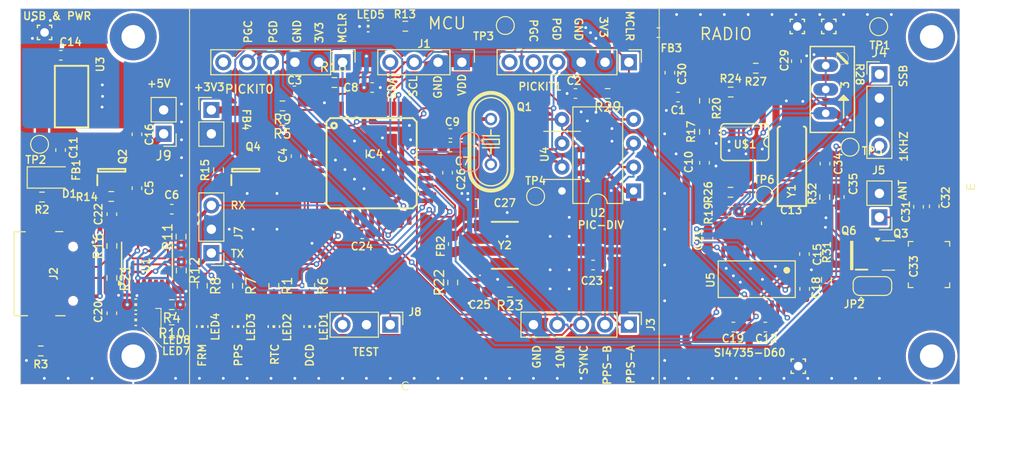
<source format=kicad_pcb>
(kicad_pcb (version 20240108) (generator "pcbnew") (generator_version "8.0")
  (layers (0 "F.Cu" signal) (31 "B.Cu" signal) (34 "B.Paste" user) (35 "F.Paste" user) (36 "B.SilkS" user "B.Silkscreen") (37 "F.SilkS" user "F.Silkscreen") (38 "B.Mask" user) (39 "F.Mask" user) (44 "Edge.Cuts" user))
  (net 0 "")
  (net 1 "GND")
  (net 2 "VDD")
  (net 3 "/10MHz")
  (net 4 "VCC")
  (net 5 "Net-(U5-DBYP)")
  (net 6 "Net-(IC4-OSC2{slash}CLKO{slash}CN29{slash}RA3)")
  (net 7 "/AUDIO_1KHZ")
  (net 8 "Net-(U5-GPO3)")
  (net 9 "Net-(U5-RCLK)")
  (net 10 "Net-(U5-AMI)")
  (net 11 "Net-(J5-Pin_1)")
  (net 12 "/LED1")
  (net 13 "/SCL")
  (net 14 "/PGD")
  (net 15 "/MOD_IN")
  (net 16 "Net-(U1-3V3OUT)")
  (net 17 "/LED2")
  (net 18 "Net-(IC4-PWM1L2{slash}DAC1RN{slash}RP13{slash}CN13{slash}PMRD{slash}RB13)")
  (net 19 "/DIAG-OUT")
  (net 20 "/1PPS")
  (net 21 "Net-(U5-ROUT)")
  (net 22 "/RRST")
  (net 23 "/DIR")
  (net 24 "/STEP")
  (net 25 "/MCLR")
  (net 26 "/PGC")
  (net 27 "/VSUB")
  (net 28 "/LED3")
  (net 29 "/SDA")
  (net 30 "/LED4")
  (net 31 "Net-(LED2-PadA)")
  (net 32 "Net-(LED3-PadA)")
  (net 33 "Net-(LED4-PadA)")
  (net 34 "Net-(LED5-PadA)")
  (net 35 "Net-(U$1A--)")
  (net 36 "/ARM")
  (net 37 "/1PPS-OUT")
  (net 38 "Net-(LED8-PadA)")
  (net 39 "/TX")
  (net 40 "/RX")
  (net 41 "Net-(J2-PadB5)")
  (net 42 "/D_N")
  (net 43 "/D_P")
  (net 45 "Net-(J2-PadA5)")
  (net 47 "Net-(U1-CBUS1)")
  (net 48 "Net-(U1-CBUS2)")
  (net 49 "Net-(LED7-PadA)")
  (net 50 "Net-(U1-TXD)")
  (net 51 "Net-(U1-RXD)")
  (net 53 "Net-(Q2-G)")
  (net 56 "Net-(JP1-A)")
  (net 57 "/D1_N")
  (net 58 "/D1_P")
  (net 64 "Net-(U$1B-+)")
  (net 66 "Net-(Y2-VOLTAGE_CONTROL)")
  (net 67 "VDD2")
  (net 68 "Net-(Y2-+VS)")
  (net 69 "Net-(IC4-VCAP{slash}VDDCORE)")
  (net 70 "Net-(C10-Pad1)")
  (net 71 "Net-(J4-Pin_1)")
  (net 87 "Net-(U$1A-+)")
  (net 88 "/1KHZ")
  (net 91 "Net-(JP2-C)")
  (net 92 "Net-(Q3-S)")
  (net 93 "Net-(LED1-PadA)")
  (net 94 "Net-(Q2-D)")
  (net 95 "Net-(IC4-OSC1{slash}CLKI{slash}CN30{slash}RA2)")
  (net 97 "Net-(JP2-B)")
  (net 99 "Net-(J6-Pin_1)")
  (net 100 "Net-(Q4-D)")
  (net 101 "Net-(Q4-G)")
  (footprint "Resistor_SMD:R_0603_1608Metric_Pad0.98x0.95mm_HandSolder" (layer "F.Cu") (at 138.6036 123.0164 180)
    (property "Reference" "R4")
    (property "Value" "470R")
  )
  (footprint "Capacitor_SMD:C_0603_1608Metric_Pad1.08x0.95mm_HandSolder" (layer "F.Cu") (at 195.7 116.006 90)
    (property "Reference" "C21")
    (property "Value" "4u7")
  )
  (footprint "Resistor_SMD:R_0603_1608Metric_Pad0.98x0.95mm_HandSolder" (layer "F.Cu") (at 155.9264 99.369 180)
    (property "Reference" "R18")
    (property "Value" "10k")
  )
  (footprint "odb225:CHIP-LED0805" (layer "F.Cu") (at 159.6602 93.3746 90)
    (property "Reference" "LED5")
    (property "Value" "LEDCHIPLED_0805")
  )
  (footprint "Capacitor_SMD:C_0603_1608Metric_Pad1.08x0.95mm_HandSolder" (layer "F.Cu") (at 168.2708 104.8046)
    (property "Reference" "C9")
    (property "Value" "27p")
  )
  (footprint "Resistor_SMD:R_0603_1608Metric_Pad0.98x0.95mm_HandSolder" (layer "F.Cu") (at 163.4702 93.3746 180)
    (property "Reference" "R13")
    (property "Value" "470R")
  )
  (footprint "TestPoint:TestPoint_Pad_D1.5mm" (layer "F.Cu") (at 213.8638 93.4254)
    (property "Reference" "TP1")
    (property "Value" "TestPoint")
  )
  (footprint "Resistor_SMD:R_0603_1608Metric_Pad0.98x0.95mm_HandSolder" (layer "F.Cu") (at 141.8548 121.0148 -90)
    (property "Reference" "R8")
    (property "Value" "470R")
  )
  (footprint "Capacitor_SMD:C_0603_1608Metric_Pad1.08x0.95mm_HandSolder" (layer "F.Cu") (at 219.782 112.5505 90)
    (property "Reference" "C32")
    (property "Value" "47pF")
  )
  (footprint "Resistor_SMD:R_0603_1608Metric_Pad0.98x0.95mm_HandSolder" (layer "F.Cu") (at 139.6196 119.3842 -90)
    (property "Reference" "R12")
    (property "Value" "100R")
  )
  (footprint "Resistor_SMD:R_0603_1608Metric_Pad0.98x0.95mm_HandSolder" (layer "F.Cu") (at 145.614 121.0148 -90)
    (property "Reference" "R7")
    (property "Value" "470R")
  )
  (footprint "Samacsys:LFTVXO009912Bulk" (layer "F.Cu") (at 174.062 116.7)
    (property "Reference" "Y2")
    (property "Value" "LFTVXO009912Bulk" (hide yes))
  )
  (footprint "TestPoint:TestPoint_Pad_D1.5mm" (layer "F.Cu") (at 201.669 111.3578)
    (property "Reference" "TP6")
    (property "Value" "TestPoint")
  )
  (footprint "Resistor_SMD:R_0603_1608Metric_Pad0.98x0.95mm_HandSolder" (layer "F.Cu") (at 124.659 127.944 180)
    (property "Reference" "R3")
    (property "Value" "5k1")
  )
  (footprint "odb225:CHIP-LED0805" (layer "F.Cu") (at 134.9206 124.642 90)
    (property "Reference" "LED7")
    (property "Value" "LEDCHIPLED_0805")
  )
  (footprint "Resistor_SMD:R_0603_1608Metric_Pad0.98x0.95mm_HandSolder" (layer "F.Cu") (at 208.122 111.561 90)
    (property "Reference" "R32")
    (property "Value" "100R")
  )
  (footprint "TestPoint:TestPoint_Pad_D1.5mm" (layer "F.Cu") (at 177.3386 111.4848)
    (property "Reference" "TP4")
    (property "Value" "TestPoint")
  )
  (footprint "odb225:SOIC8" (layer "F.Cu") (at 198.34 105.72 180)
    (property "Reference" "U$1")
    (property "Value" "MCP607SO8")
  )
  (footprint "Capacitor_SMD:C_0603_1608Metric_Pad1.08x0.95mm_HandSolder" (layer "F.Cu") (at 218.1056 112.601301 90)
    (property "Reference" "C31")
    (property "Value" "270p")
  )
  (footprint "odb225:CHIP-LED0805" (layer "F.Cu") (at 145.6648 125.2008 180)
    (property "Reference" "LED3")
    (property "Value" "LEDCHIPLED_0805")
  )
  (footprint "Capacitor_SMD:C_0603_1608Metric_Pad1.08x0.95mm_HandSolder" (layer "F.Cu") (at 198.3924 125.404)
    (property "Reference" "C19")
    (property "Value" "100n")
  )
  (footprint "Capacitor_SMD:C_0603_1608Metric_Pad1.08x0.95mm_HandSolder" (layer "F.Cu") (at 200.88 114.356 90)
    (property "Reference" "C13")
    (property "Value" "22p")
  )
  (footprint "TestPoint:TestPoint_Pad_D1.5mm" (layer "F.Cu") (at 174.1128 93.2984)
    (property "Reference" "TP3")
    (property "Value" "TestPoint")
  )
  (footprint "odb225:CHIP-LED0805" (layer "F.Cu") (at 141.8548 125.2008 180)
    (property "Reference" "LED4")
    (property "Value" "LEDCHIPLED_0805")
  )
  (footprint "Resistor_SMD:R_0603_1608Metric_Pad0.98x0.95mm_HandSolder" (layer "F.Cu") (at 198.113 100.385)
    (property "Reference" "R24")
    (property "Value" "470k")
  )
  (footprint "Resistor_SMD:R_0603_1608Metric_Pad0.98x0.95mm_HandSolder" (layer "F.Cu") (at 132.1628 111.5)
    (property "Reference" "R14")
    (property "Value" "10k")
  )
  (footprint "Capacitor_SMD:C_0603_1608Metric_Pad1.08x0.95mm_HandSolder" (layer "F.Cu") (at 168.2708 106.227)
    (property "Reference" "C7")
    (property "Value" "27p")
  )
  (footprint "MountingHole:MountingHole_2.5mm_Pad" (layer "F.Cu") (at 134.5 94.5)
    (property "Reference" "M1" (hide yes))
    (property "Value" "MountingHole_2.5mm_Pad")
  )
  (footprint "Resistor_SMD:R_0603_1608Metric_Pad0.98x0.95mm_HandSolder" (layer "F.Cu") (at 138.6036 124.642 180)
    (property "Reference" "R10")
    (property "Value" "470R")
  )
  (footprint "Package_DIP:DIP-8_W7.62mm" (layer "F.Cu") (at 187.768 110.916 180)
    (property "Reference" "U2")
    (property "Value" "PIC12F675-xP")
  )
  (footprint "Connector_PinHeader_2.54mm:PinHeader_1x05_P2.54mm_Vertical" (layer "F.Cu") (at 187.27 125.15 -90)
    (property "Reference" "J3")
    (property "Value" "PPS")
  )
  (footprint "Connector_PinHeader_2.54mm:PinHeader_1x02_P2.54mm_Vertical" (layer "F.Cu") (at 137.74 104.83 180)
    (property "Reference" "J9")
    (property "Value" "ANT0")
  )
  (footprint "Capacitor_SMD:C_0603_1608Metric_Pad1.08x0.95mm_HandSolder" (layer "F.Cu") (at 138.6036 112.8564)
    (property "Reference" "C6")
    (property "Value" "100n")
  )
  (footprint "Capacitor_SMD:C_0603_1608Metric_Pad1.08x0.95mm_HandSolder" (layer "F.Cu") (at 190.4196 94.0604)
    (property "Reference" "FB3")
    (property "Value" "600R")
  )
  (footprint "Capacitor_SMD:C_0603_1608Metric_Pad1.08x0.95mm_HandSolder" (layer "F.Cu") (at 167.966 108.9702 90)
    (property "Reference" "C26")
    (property "Value" "100n")
  )
  (footprint "Capacitor_SMD:C_0603_1608Metric_Pad1.08x0.95mm_HandSolder" (layer "F.Cu") (at 158.8868 115.4726)
    (property "Reference" "C24")
    (property "Value" "100n")
  )
  (footprint "Resistor_SMD:R_0603_1608Metric_Pad0.98x0.95mm_HandSolder" (layer "F.Cu") (at 124.786 111.561 180)
    (property "Reference" "R2")
    (property "Value" "5k1")
  )
  (footprint "Capacitor_SMD:C_0603_1608Metric_Pad1.08x0.95mm_HandSolder" (layer "F.Cu") (at 132.2282 113.3887 90)
    (property "Reference" "C22")
    (property "Value" "47p")
  )
  (footprint "Resistor_SMD:R_0603_1608Metric_Pad0.98x0.95mm_HandSolder" (layer "F.Cu") (at 168.516 120.66 90)
    (property "Reference" "R22")
    (property "Value" "10k")
  )
  (footprint "Capacitor_SMD:C_0603_1608Metric_Pad1.08x0.95mm_HandSolder" (layer "F.Cu") (at 205.098 97.097 90)
    (property "Reference" "C29")
    (property "Value" "100n")
  )
  (footprint "Resistor_SMD:R_0603_1608Metric_Pad0.98x0.95mm_HandSolder" (layer "F.Cu") (at 174.612 121.676 180)
    (property "Reference" "R23")
    (property "Value" "10k")
  )
  (footprint "odb225:1,6_0,9" (layer "F.Cu") (at 208.5552 93.4)
    (property "Reference" "PAD8" (hide yes))
    (property "Value" "1,6/0,9")
  )
  (footprint "Resistor_SMD:R_0603_1608Metric_Pad0.98x0.95mm_HandSolder" (layer "F.Cu") (at 143.582 108.6908 90)
    (property "Reference" "R15")
    (property "Value" "10k")
  )
  (footprint "Capacitor_SMD:C_0603_1608Metric_Pad1.08x0.95mm_HandSolder" (layer "F.Cu") (at 151.837 107.2176 -90)
    (property "Reference" "C4")
    (property "Value" "4u7")
  )
  (footprint "Resistor_SMD:R_0603_1608Metric_Pad0.98x0.95mm_HandSolder" (layer "F.Cu") (at 185.0094 100.5374 180)
    (property "Reference" "R29")
    (property "Value" "10k")
  )
  (footprint "Capacitor_SMD:C_0603_1608Metric_Pad1.08x0.95mm_HandSolder" (layer "F.Cu") (at 195.319 107.917 -90)
    (property "Reference" "C10")
    (property "Value" "4u7")
  )
  (footprint "Capacitor_SMD:C_0603_1608Metric_Pad1.08x0.95mm_HandSolder" (layer "F.Cu") (at 168.5756 116.5648 90)
    (property "Reference" "FB2")
    (property "Value" "600R")
  )
  (footprint "Resistor_SMD:R_0603_1608Metric_Pad0.98x0.95mm_HandSolder" (layer "F.Cu") (at 208.3012 120.3748 90)
    (property "Reference" "R31")
    (property "Value" "1k")
  )
  (footprint "TestPoint:TestPoint_Pad_D1.5mm" (layer "F.Cu") (at 124.532 105.9476)
    (property "Reference" "TP2")
    (property "Value" "TestPoint")
  )
  (footprint "odb225:1,6_0,9" (layer "F.Cu") (at 125.0654 94.035 90)
    (property "Reference" "PAD6" (hide yes))
    (property "Value" "1,6/0,9")
  )
  (footprint "odb225:CHIP-LED0805" (layer "F.Cu") (at 153.2848 125.2008 180)
    (property "Reference" "LED1")
    (property "Value" "LEDCHIPLED_0805")
  )
  (footprint "Capacitor_SMD:C_0603_1608Metric_Pad1.08x0.95mm_HandSolder" (layer "F.Cu") (at 191.636 98.3276 -90)
    (property "Reference" "C30")
    (property "Value" "100n")
  )
  (footprint "odb225:TQFP44" (layer "F.Cu") (at 159.88 107.96)
    (property "Reference" "IC4")
    (property "Value" "DSPIC33FJ128MC804-PT")
  )
  (footprint "Resistor_SMD:R_0603_1608Metric_Pad0.98x0.95mm_HandSolder" (layer "F.Cu") (at 200.78 97.846 180)
    (property "Reference" "R27")
    (property "Value" "100k")
  )
  (footprint "Capacitor_SMD:C_0603_1608Metric_Pad1.08x0.95mm_HandSolder" (layer "F.Cu") (at 134.8952 104.8808 90)
    (property "Reference" "C16")
    (property "Value" "100n")
  )
  (footprint "Connector_PinHeader_2.54mm:PinHeader_1x06_P2.54mm_Vertical" (layer "F.Cu") (at 156.79 97.21 -90)
    (property "Reference" "PICKIT0")
    (property "Value" "FE06-1")
  )
  (footprint "odb225:C0603K" (layer "F.Cu") (at 171.31 121.676)
    (property "Reference" "C25")
    (property "Value" "100n")
  )
  (footprint "Connector_PinHeader_2.54mm:PinHeader_1x06_P2.54mm_Vertical" (layer "F.Cu") (at 187.27 97.21 -90)
    (property "Reference" "PICKIT1")
    (property "Value" "FE06-1")
  )
  (footprint "Capacitor_SMD:C_0603_1608Metric_Pad1.08x0.95mm_HandSolder" (layer "F.Cu") (at 181.5804 100.5374 180)
    (property "Reference" "C2")
    (property "Value" "100n")
  )
  (footprint "Resistor_SMD:R_0603_1608Metric_Pad0.98x0.95mm_HandSolder" (layer "F.Cu") (at 198.086 111.054)
    (property "Reference" "R26")
    (property "Value" "470k")
  )
  (footprint "Capacitor_SMD:C_0603_1608Metric_Pad1.08x0.95mm_HandSolder" (layer "F.Cu") (at 192.5024 100.9184 180)
    (property "Reference" "C1")
    (property "Value" "1n")
  )
  (footprint "Capacitor_SMD:C_0603_1608Metric_Pad1.08x0.95mm_HandSolder" (layer "F.Cu") (at 201.796 125.404)
    (property "Reference" "C12")
    (property "Value" "22n")
  )
  (footprint "odb225:RJ9W" (layer "F.Cu") (at 208.86 100.1056 90)
    (property "Reference" "R28")
    (property "Value" "200k")
  )
  (footprint "Capacitor_SMD:C_0603_1608Metric_Pad1.08x0.95mm_HandSolder" (layer "F.Cu") (at 205.987 121.34 90)
    (property "Reference" "C18")
    (property "Value" "470n")
  )
  (footprint "Diode_SMD:D_1206_3216Metric_Pad1.42x1.75mm_HandSolder" (layer "F.Cu") (at 125.675 109.4782)
    (property "Reference" "D1")
    (property "Value" "D_Small")
  )
  (footprint "MountingHole:MountingHole_2.5mm_Pad" (layer "F.Cu") (at 219.5 94.5)
    (property "Reference" "M3" (hide yes))
    (property "Value" "MountingHole_2.5mm_Pad")
  )
  (footprint "TestPoint:TestPoint_Pad_D1.5mm" (layer "F.Cu") (at 210.813 106.2524)
    (property "Reference" "TP5")
    (property "Value" "TestPoint")
  )
  (footprint "Samacsys:SOT96P240X110-3N" (layer "F.Cu") (at 132.2136 108.7146 90)
    (property "Reference" "Q2")
    (property "Value" "DMG2307L-7" (hide yes))
  )
  (footprint "Capacitor_SMD:C_0603_1608Metric_Pad1.08x0.95mm_HandSolder" (layer "F.Cu") (at 134.8952 110.6212 -90)
    (property "Reference" "C5")
    (property "Value" "100n")
  )
  (footprint "Resistor_SMD:R_0603_1608Metric_Pad0.98x0.95mm_HandSolder" (layer "F.Cu") (at 198.086 113.086 180)
    (property "Reference" "R19")
    (property "Value" "470R")
  )
  (footprint "Connector_PinHeader_2.54mm:PinHeader_1x02_P2.54mm_Vertical" (layer "F.Cu") (at 142.82 102.29)
    (property "Reference" "J6" (hide yes))
    (property "Value" "ANT0")
  )
  (footprint "Capacitor_SMD:C_Trimmer_Murata_TZB4-B" (layer "F.Cu") (at 219.2232 118.7492 -90)
    (property "Reference" "C33")
    (property "Value" "6-25pF")
  )
  (footprint "Resistor_SMD:R_0603_1608Metric_Pad0.98x0.95mm_HandSolder" (layer "F.Cu") (at 132.2282 120.1705 -90)
    (property "Reference" "R21")
    (property "Value" "27R")
  )
  (footprint "odb225:C0603K" (layer "F.Cu") (at 145.36 103.2552 -90)
    (property "Reference" "FB4")
    (property "Value" "600")
  )
  (footprint "odb225:CHIP-LED0805" (layer "F.Cu") (at 134.9206 123.0164 90)
    (property "Reference" "LED8")
    (property "Value" "LEDCHIPLED_0805")
  )
  (footprint "odb225:HC49U-V" (layer "F.Cu") (at 172.58 105.674 90)
    (property "Reference" "Q1")
    (property "Value" "10MHz")
  )
  (footprint "MountingHole:MountingHole_2.5mm_Pad" (layer "F.Cu") (at 219.5 128.5)
    (property "Reference" "M4" (hide yes))
    (property "Value" "MountingHole_2.5mm_Pad")
  )
  (footprint "Capacitor_SMD:C_0603_1608Metric_Pad1.08x0.95mm_HandSolder" (layer "F.Cu") (at 126.7926 96.4734 180)
    (property "Reference" "C14")
    (property "Value" "10uF")
  )
  (footprint "Connector_PinHeader_2.54mm:PinHeader_1x03_P2.54mm_Vertical" (layer "F.Cu") (at 142.82 117.53 180)
    (property "Reference" "J7")
    (property "Value" "NMEA")
  )
  (footprint "Capacitor_SMD:C_0603_1608Metric_Pad1.08x0.95mm_HandSolder" (layer "F.Cu") (at 183.46 118.8 180)
    (property "Reference" "C23")
    (property "Value" "100n")
  )
  (footprint "Resistor_SMD:R_0603_1608Metric_Pad0.98x0.95mm_HandSolder" (layer "F.Cu") (at 149.4748 121.0148 -90)
    (property "Reference" "R1")
    (property "Value" "470R")
  )
  (footprint "MountingHole:MountingHole_2.5mm_Pad" (layer "F.Cu") (at 134.5 128.5)
    (property "Reference" "M2" (hide yes))
    (property "Value" "MountingHole_2.5mm_Pad")
  )
  (footprint "Package_SO:SOIC-8_3.9x4.9mm_P1.27mm" (layer "F.Cu") (at 180.158 107.1272 180)
    (property "Reference" "U4")
    (property "Value" "PIC12F675-xSN")
  )
  (footprint "odb225:SOT223-3" (layer "F.Cu") (at 127.9356 100.8676 -90)
    (property "Reference" "U3")
    (property "Value" "LM1117")
  )
  (footprint "Jumper:SolderJumper-3_P1.3mm_Open_RoundedPad1.0x1.5mm" (layer "F.Cu") (at 213.1988 121.0352)
    (property "Reference" "JP2")
    (property "Value" "SolderJumper_3_Open")
  )
  (footprint "Resistor_SMD:R_0603_1608Metric_Pad0.98x0.95mm_HandSolder" (layer "F.Cu") (at 132.2282 116.7669 90)
    (property "Reference" "R16")
    (property "Value" "27R")
  )
  (footprint "odb225:1,6_0,9" (layer "F.Cu") (at 205.304 129.5696)
    (property "Reference" "PAD3" (hide yes))
    (property "Value" "1,6/0,9")
  )
  (footprint "Connector_PinHeader_2.54mm:PinHeader_1x02_P2.54mm_Vertical" (layer "F.Cu") (at 213.94 113.72 180)
    (property "Reference" "J5")
    (property "Value" "ANT0")
  )
  (footprint "Resistor_SMD:R_0603_1608Metric_Pad0.98x0.95mm_HandSolder" (layer "F.Cu") (at 139.5942 115.7774 90)
    (property "Reference" "R11")
    (property "Value" "100R")
  )
  (footprint "Resistor_SMD:R_0603_1608Metric_Pad0.98x0.95mm_HandSolder" (layer "F.Cu") (at 195.319 101.312 90)
    (property "Reference" "R20")
    (property "Value" "470k")
  )
  (footprint "odb225:CHIP-LED0805" (layer "F.Cu") (at 149.4748 125.2008 180)
    (property "Reference" "LED2")
    (property "Value" "LEDCHIPLED_0805")
  )
  (footprint "odb225:1,6_0,9" (layer "F.Cu") (at 205.198 93.4 180)
    (property "Reference" "PAD9" (hide yes))
    (property "Value" "1,6/0,9")
  )
  (footprint "odb225:USB4110GFA" (layer "F.Cu") (at 125.5 119.7258 -90)
    (property "Reference" "J2")
    (property "Value" "USB4110-GF-A" (hide yes))
  )
  (footprint "odb225:C0603K" (layer "F.Cu") (at 129.572 109.1886 90)
    (property "Reference" "FB1")
    (property "Value" "600")
  )
  (footprint "Connector_PinHeader_2.54mm:PinHeader_1x03_P2.54mm_Vertical" (layer "F.Cu") (at 161.87 125.15 -90)
    (property "Reference" "J8")
    (property "Value" "DIAG")
  )
  (footprint "Samacsys:SOT96P240X110-3N" (layer "F.Cu") (at 146.4828 108.7076 90)
    (property "Reference" "Q4")
    (property "Value" "DMG2307L-7" (hide yes))
  )
  (footprint "odb225:SSOP24" (layer "F.Cu") (at 200.88 120.96 180)
    (property "Reference" "U5")
    (property "Value" "SI4735-D60")
  )
  (footprint "Package_TO_SOT_SMD:SOT-23" (layer "F.Cu") (at 214.9052 117.784)
    (property "Reference" "Q3")
    (property "Value" "BF545A")
  )
  (footprint "Resistor_SMD:R_0603_1608Metric_Pad0.98x0.95mm_HandSolder" (layer "F.Cu") (at 195.319 104.615 90)
    (property "Reference" "R17")
    (property "Value" "18k")
  )
  (footprint "Capacitor_SMD:C_0603_1608Metric_Pad1.08x0.95mm_HandSolder" (layer "F.Cu") (at 159.9396 99.9024 180)
    (property "Reference" "C8")
    (property "Value" "100n")
  )
  (footprint "Capacitor_SMD:C_0603_1608Metric_Pad1.08x0.95mm_HandSolder" (layer "F.Cu") (at 132.2282 123.9297 -90)
    (property "Reference" "C20")
    (property "Value" "47p")
  )
  (footprint "Capacitor_SMD:C_0603_1608Metric_Pad1.08x0.95mm_HandSolder" (layer "F.Cu") (at 205.9616 117.6316 90)
    (property "Reference" "C15")
    (property "Value" "22p")
  )
  (footprint "Resistor_SMD:R_0603_1608Metric_Pad0.98x0.95mm_HandSolder" (layer "F.Cu") (at 153.2848 121.0148 -90)
    (property "Reference" "R6")
    (property "Value" "470R")
  )
  (footprint "Capacitor_SMD:C_0603_1608Metric_Pad1.08x0.95mm_HandSolder" (layer "F.Cu") (at 171.056 112.278)
    (property "Reference" "C27")
    (property "Value" "100n")
  )
  (footprint "Connector_PinHeader_2.54mm:PinHeader_1x04_P2.54mm_Vertical" (layer "F.Cu") (at 213.94 98.49)
    (property "Reference" "J4")
    (property "Value" "Conn_01x04")
  )
  (footprint "odb225:CMR309T" (layer "F.Cu") (at 204.63 114.551)
    (property "Reference" "Y1")
    (property "Value" "CMR309T")
  )
  (footprint "Capacitor_SMD:C_0603_1608Metric_Pad1.08x0.95mm_HandSolder" (layer "F.Cu") (at 126.7672 106.5572 -90)
    (property "Reference" "C11")
    (property "Value" "10uF")
  )
  (footprint "Capacitor_SMD:C_0603_1608Metric_Pad1.08x0.95mm_HandSolder" (layer "F.Cu") (at 208.146 108.005 -90)
    (property "Reference" "C34")
    (property "Value" "10uF")
  )
  (footprint "Capacitor_SMD:C_0603_1608Metric_Pad1.08x0.95mm_HandSolder" (layer "F.Cu") (at 209.67 111.561 90)
    (property "Reference" "C35")
    (property "Value" "10nF")
  )
  (footprint "Samacsys:SOT96P237X111-3N" (layer "F.Cu") (at 210.9936 117.784 180)
    (property "Reference" "Q6")
    (property "Value" "MMBFU310LT1G" (hide yes))
  )
  (footprint "Connector_PinHeader_2.54mm:PinHeader_1x04_P2.54mm_Vertical" (layer "F.Cu") (at 169.49 97.21 -90)
    (property "Reference" "J1")
    (property "Value" "I2C")
  )
  (footprint "Resistor_SMD:R_0603_1608Metric_Pad0.98x0.95mm_HandSolder" (layer "F.Cu") (at 150.3805 103.3965 180)
    (property "Reference" "R5")
    (property "Value" "10k")
  )
  (footprint "Resistor_SMD:R_0603_1608Metric_Pad0.98x0.95mm_HandSolder" (layer "F.Cu") (at 150.3911 101.8582 180)
    (property "Reference" "R9")
    (property "Value" "10k")
  )
  (footprint "Package_SO:SSOP-16_3.9x4.9mm_P0.635mm" (layer "F.Cu") (at 135.9675 118.3682 90)
    (property "Reference" "U1")
    (property "Value" "FT230XS")
  )
  (footprint "Capacitor_SMD:C_0603_1608Metric_Pad1.08x0.95mm_HandSolder" (layer "F.Cu") (at 151.6592 100.258)
    (property "Reference" "C3")
    (property "Value" "100n")
  )
  (footprint "Jumper:SolderJumper-3_P1.3mm_Bridged12_RoundedPad1.0x1.5mm" (layer "B.Cu") (at 170.3146 106.7542 -90)
    (property "Reference" "JP1" (hide yes))
    (property "Value" "SolderJumper_3_Bridged12")
  )
  (gr_line (start 140.5 91.5) (end 140.5 131.5) (stroke (width 0.1)) (layer "F.SilkS"))
  (gr_line (start 137.5622 127.563) (end 135.454 125.4548) (stroke (width 0.1)) (layer "F.SilkS"))
  (gr_line (start 190.5 91.5) (end 190.5 131.5) (stroke (width 0.1)) (layer "F.SilkS"))
  (gr_line (start 137.4606 126.5216) (end 137.4606 123.4228) (stroke (width 0.1)) (layer "F.SilkS"))
  (gr_line (start 137.4606 123.4228) (end 136.8764 123.4228) (stroke (width 0.1)) (layer "F.SilkS"))
  (gr_line (start 222.5 91.5) (end 122.5 91.5) (stroke (width 0.05)) (layer "Edge.Cuts"))
  (gr_line (start 122.5 91.5) (end 122.5 131.5) (stroke (width 0.1)) (layer "Edge.Cuts"))
  (gr_line (start 122.5 131.5) (end 222.5 131.5) (stroke (width 0.05)) (layer "Edge.Cuts"))
  (gr_line (start 222.5 131.5) (end 222.5 91.5) (stroke (width 0.05)) (layer "Edge.Cuts"))
  (gr_text "E" (at 224.2778 110.9006 90) (layer "F.SilkS") (effects (font (size 0.9144 0.9144) (thickness 0.2032)) (justify left bottom)))
  (gr_text "PGD" (at 149.8812 95.2796 90) (layer "F.SilkS") (effects (font (size 0.8128 0.8128) (thickness 0.1524) (bold yes)) (justify left bottom)))
  (gr_text "PPS" (at 146.1728 129.683295 90) (layer "F.SilkS") (effects (font (size 0.8128 0.8128) (thickness 0.1524) (bold yes)) (justify left bottom)))
  (gr_text "TEST" (at 157.7806 128.5282 0) (layer "F.SilkS") (effects (font (size 0.8128 0.8128) (thickness 0.1524) (bold yes)) (justify left bottom)))
  (gr_text "MCLR" (at 157.2472 95.2796 90) (layer "F.SilkS") (effects (font (size 0.8128 0.8128) (thickness 0.1524) (bold yes)) (justify left bottom)))
  (gr_text "GND" (at 181.428 95.0256 -90) (layer "F.SilkS") (effects (font (size 0.8128 0.8128) (thickness 0.1524) (bold yes)) (justify right bottom)))
  (gr_text "C" (at 162.9876 132.2874 0) (layer "F.SilkS") (effects (font (size 0.9144 0.9144) (thickness 0.1524)) (justify left bottom)))
  (gr_text "GND" (at 167.4072 98.5054 90) (layer "F.SilkS") (effects (font (size 0.8128 0.8128) (thickness 0.1524) (bold yes)) (justify right bottom)))
  (gr_text "PGD" (at 179.0912 95.0002 -90) (layer "F.SilkS") (effects (font (size 0.8128 0.8128) (thickness 0.1524) (bold yes)) (justify right bottom)))
  (gr_text "MCU" (at 165.7816 93.8064 0) (layer "F.SilkS") (effects (font (size 1.27 1.27) (thickness 0.1524) (bold yes)) (justify left bottom)))
  (gr_text "+5V" (at 135.8858 99.9532 0) (layer "F.SilkS") (effects (font (size 0.8128 0.8128) (thickness 0.1524) (bold yes)) (justify left bottom)))
  (gr_text "3V3" (at 184.095 94.6954 -90) (layer "F.SilkS") (effects (font (size 0.8128 0.8128) (thickness 0.1524) (bold yes)) (justify right bottom)))
  (gr_text "1KHZ" (at 217.0134 104.4744 90) (layer "F.SilkS") (effects (font (size 0.8128 0.8128) (thickness 0.1524) (bold yes)) (justify right bottom)))
  (gr_text "PIC-DIV" (at 181.7328 115.0154 0) (layer "F.SilkS") (effects (font (size 0.8128 0.8128) (thickness 0.1524) (bold yes)) (justify left bottom)))
  (gr_text "USB & PWR" (at 130.12 92.765 0) (layer "F.SilkS") (effects (font (size 0.8128 0.8128) (thickness 0.1524) (bold yes)) (justify right bottom)))
  (gr_text "RADIO" (at 194.7122 94.9494 0) (layer "F.SilkS") (effects (font (size 1.27 1.27) (thickness 0.1524) (bold yes)) (justify left bottom)))
  (gr_text "+3V3" (at 140.8642 100.3342 0) (layer "F.SilkS") (effects (font (size 0.8128 0.8128) (thickness 0.1524) (bold yes)) (justify left bottom)))
  (gr_text "PGC" (at 147.2142 95.2796 90) (layer "F.SilkS") (effects (font (size 0.8128 0.8128) (thickness 0.1524) (bold yes)) (justify left bottom)))
  (gr_text "SCL" (at 164.791 98.5562 90) (layer "F.SilkS") (effects (font (size 0.8128 0.8128) (thickness 0.1524) (bold yes)) (justify right bottom)))
  (gr_text "PPS-B" (at 185.4412 127.2328 90) (layer "F.SilkS") (effects (font (size 0.8128 0.8128) (thickness 0.1524) (bold yes)) (justify right bottom)))
  (gr_text "TX" (at 144.8012 118.0634 0) (layer "F.SilkS") (effects (font (size 0.8128 0.8128) (thickness 0.1524) (bold yes)) (justify left bottom)))
  (gr_text "FRM" (at 142.312 129.722 90) (layer "F.SilkS") (effects (font (size 0.8128 0.8128) (thickness 0.1524) (bold yes)) (justify left bottom)))
  (gr_text "VDD" (at 169.9726 98.353 90) (layer "F.SilkS") (effects (font (size 0.8128 0.8128) (thickness 0.1524) (bold yes)) (justify right bottom)))
  (gr_text "SDA" (at 162.505 98.734 90) (layer "F.SilkS") (effects (font (size 0.8128 0.8128) (thickness 0.1524) (bold yes)) (justify right bottom)))
  (gr_text "RX" (at 144.7758 112.9326 0) (layer "F.SilkS") (effects (font (size 0.8128 0.8128) (thickness 0.1524) (bold yes)) (justify left bottom)))
  (gr_text "GND" (at 177.9412 127.2328 90) (layer "F.SilkS") (effects (font (size 0.8128 0.8128) (thickness 0.1524) (bold yes)) (justify right bottom)))
  (gr_text "RTC" (at 150.059 129.528476 90) (layer "F.SilkS") (effects (font (size 0.8128 0.8128) (thickness 0.1524) (bold yes)) (justify left bottom)))
  (gr_text "GND" (at 152.4212 95.2796 90) (layer "F.SilkS") (effects (font (size 0.8128 0.8128) (thickness 0.1524) (bold yes)) (justify left bottom)))
  (gr_text "PPS-A" (at 187.9412 127.2328 90) (layer "F.SilkS") (effects (font (size 0.8128 0.8128) (thickness 0.1524) (bold yes)) (justify right bottom)))
  (gr_text "3V3" (at 154.7834 95.2796 90) (layer "F.SilkS") (effects (font (size 0.8128 0.8128) (thickness 0.1524) (bold yes)) (justify left bottom)))
  (gr_text "SYNC" (at 182.9412 127.2328 90) (layer "F.SilkS") (effects (font (size 0.8128 0.8128) (thickness 0.1524) (bold yes)) (justify right bottom)))
  (gr_text "PGC" (at 176.6274 95.178 -90) (layer "F.SilkS") (effects (font (size 0.8128 0.8128) (thickness 0.1524) (bold yes)) (justify right bottom)))
  (gr_text "MCLR" (at 186.889 95.051 -90) (layer "F.SilkS") (effects (font (size 0.8128 0.8128) (thickness 0.1524) (bold yes)) (justify right bottom)))
  (gr_text "SSB" (at 216.9626 97.3878 90) (layer "F.SilkS") (effects (font (size 0.8128 0.8128) (thickness 0.1524) (bold yes)) (justify right bottom)))
  (gr_text "10M" (at 180.4412 127.2328 90) (layer "F.SilkS") (effects (font (size 0.8128 0.8128) (thickness 0.1524) (bold yes)) (justify right bottom)))
  (gr_text "ANT" (at 216.8864 109.6306 90) (layer "F.SilkS") (effects (font (size 0.8128 0.8128) (thickness 0.1524) (bold yes)) (justify right bottom)))
  (gr_text "DCD" (at 153.7674 129.722 90) (layer "F.SilkS") (effects (font (size 0.8128 0.8128) (thickness 0.1524) (bold yes)) (justify left bottom)))
  (segment (start 180.6914 100.5374) (end 180.6914 98.7086) (width 0.762) (layer "F.Cu") (net 1))
  (segment (start 199.255 124.336) (end 199.255 123.16) (width 0.3048) (layer "F.Cu") (net 1))
  (segment (start 197.955 124.281) (end 198.011 124.337) (width 0.3048) (layer "F.Cu") (net 1))
  (segment (start 197.955 123.16) (end 197.955 124.281) (width 0.3048) (layer "F.Cu") (net 1))
  (segment (start 199.256 124.337) (end 199.255 124.336) (width 0.3048) (layer "F.Cu") (net 1))
  (segment (start 198.011 124.337) (end 199.256 124.337) (width 0.3048) (layer "F.Cu") (net 1))
  (segment (start 159.88 101.2828) (end 160.802101 100.360699) (width 0.3048) (layer "F.Cu") (net 1))
  (segment (start 197.529 125.404) (end 197.529 124.82) (width 0.3048) (layer "F.Cu") (net 1))
  (segment (start 160.802101 100.360699) (end 160.802101 99.9024) (width 0.3048) (layer "F.Cu") (net 1))
  (segment (start 180.6914 98.7086) (end 182.19 97.21) (width 0.762) (layer "F.Cu") (net 1))
  (segment (start 159.88 102.16) (end 159.88 101.2828) (width 0.3048) (layer "F.Cu") (net 1))
  (segment (start 197.529 124.82) (end 198.011 124.337) (width 0.3048) (layer "F.Cu") (net 1))
  (via (at 199.97 92.13) (size 0.6) (drill 0.3) (layers "F.Cu" "B.Cu") (net 1))
  (via (at 149.805 114.99) (size 0.6) (drill 0.3) (layers "F.Cu" "B.Cu") (net 1))
  (via (at 169.49 130.865) (size 0.6) (drill 0.3) (layers "F.Cu" "B.Cu") (net 1))
  (via (at 201.4686 106.4556) (size 0.6) (drill 0.3) (layers "F.Cu" "B.Cu") (net 1))
  (via (at 144.09 130.865) (size 0.6) (drill 0.3) (layers "F.Cu" "B.Cu") (net 1))
  (via (at 173.3 120.324) (size 0.6) (drill 0.3) (layers "F.Cu" "B.Cu") (net 1))
  (via (at 139.645 109.275) (size 0.6) (drill 0.3) (layers "F.Cu" "B.Cu") (net 1))
  (via (at 164.41 130.865) (size 0.6) (drill 0.3) (layers "F.Cu" "B.Cu") (net 1))
  (via (at 206.193 96.5242) (size 0.6) (drill 0.3) (layers "F.Cu" "B.Cu") (net 1))
  (via (at 132.9394 122.0258) (size 0.6) (drill 0.3) (layers "F.Cu" "B.Cu") (net 1))
  (via (at 191.08 104.83) (size 0.6) (drill 0.3) (layers "F.Cu" "B.Cu") (net 1))
  (via (at 183.7648 102.544) (size 0.6) (drill 0.3) (layers "F.Cu" "B.Cu") (net 1))
  (via (at 198.3952 119.943) (size 0.6) (drill 0.3) (layers "F.Cu" "B.Cu") (net 1))
  (via (at 210.13 92.13) (size 0.6) (drill 0.3) (layers "F.Cu" "B.Cu") (net 1))
  (via (at 156.028 107.624) (size 0.6) (drill 0.3) (layers "F.Cu" "B.Cu") (net 1))
  (via (at 149.805 111.18) (size 0.6) (drill 0.3) (layers "F.Cu" "B.Cu") (net 1))
  (via (at 185.3904 110.8752) (size 0.6) (drill 0.3) (layers "F.Cu" "B.Cu") (net 1))
  (via (at 212.67 92.13) (size 0.6) (drill 0.3) (layers "F.Cu" "B.Cu") (net 1))
  (via (at 154.25 130.865) (size 0.6) (drill 0.3) (layers "F.Cu" "B.Cu") (net 1))
  (via (at 208.2504 113.7708) (size 0.6) (drill 0.3) (layers "F.Cu" "B.Cu") (net 1))
  (via (at 157.044 108.64) (size 0.6) (drill 0.3) (layers "F.Cu" "B.Cu") (net 1))
  (via (at 182.19 102.4932) (size 0.6) (drill 0.3) (layers "F.Cu" "B.Cu") (net 1))
  (via (at 139.01 130.865) (size 0.6) (drill 0.3) (layers "F.Cu" "B.Cu") (net 1))
  (via (at 191.08 122.61) (size 0.6) (drill 0.3) (layers "F.Cu" "B.Cu") (net 1))
  (via (at 192.2992 106.9636) (size 0.6) (drill 0.3) (layers "F.Cu" "B.Cu") (net 1))
  (via (at 160.8032 99.9024) (size 0.6) (drill 0.3) (layers "F.Cu" "B.Cu") (net 1))
  (via (at 139.645 101.655) (size 0.6) (drill 0.3) (layers "F.Cu" "B.Cu") (net 1))
  (via (at 158.5934 93.4) (size 0.6) (drill 0.3) (layers "F.Cu" "B.Cu") (net 1))
  (via (at 153.5388 116.4886) (size 0.6) (drill 0.3) (layers "F.Cu" "B.Cu") (net 1))
  (via (at 123.77 92.765) (size 0.6) (drill 0.3) (layers "F.Cu" "B.Cu") (net 1))
  (via (at 180.92 113.72) (size 0.6) (drill 0.3) (layers "F.Cu" "B.Cu") (net 1))
  (via (at 191.08 114.99) (size 0.6) (drill 0.3) (layers "F.Cu" "B.Cu") (net 1))
  (via (at 170.125 111.18) (size 0.6) (drill 0.3) (layers "F.Cu" "B.Cu") (net 1))
  (via (at 134.8952 122.0512) (size 0.6) (drill 0.3) (layers "F.Cu" "B.Cu") (net 1))
  (via (at 180.92 119.308) (size 0.6) (drill 0.3) (layers "F.Cu" "B.Cu") (net 1))
  (via (at 127.58 130.865) (size 0.6) (drill 0.3) (layers "F.Cu" "B.Cu") (net 1))
  (via (at 163.902 103.941) (size 0.6) (drill 0.3) (layers "F.Cu" "B.Cu") (net 1))
  (via (at 194.89 92.13) (size 0.6) (drill 0.3) (layers "F.Cu" "B.Cu") (net 1))
  (via (at 187.27 130.865) (size 0.6) (drill 0.3) (layers "F.Cu" "B.Cu") (net 1))
  (via (at 172.03 130.865) (size 0.6) (drill 0.3) (layers "F.Cu" "B.Cu") (net 1))
  (via (at 139.645 107.37) (size 0.6) (drill 0.3) (layers "F.Cu" "B.Cu") (net 1))
  (via (at 159.076 110.672) (size 0.6) (drill 0.3) (layers "F.Cu" "B.Cu") (net 1))
  (via (at 197.43 92.13) (size 0.6) (drill 0.3) (layers "F.Cu" "B.Cu") (net 1))
  (via (at 191.2578 102.3408) (size 0.6) (drill 0.3) (layers "F.Cu" "B.Cu") (net 1))
  (via (at 182.19 130.865) (size 0.6) (drill 0.3) (layers "F.Cu" "B.Cu") (net 1))
  (via (at 158.06 109.656) (size 0.6) (drill 0.3) (layers "F.Cu" "B.Cu") (net 1))
  (via (at 202.8656 118.9524) (size 0.6) (drill 0.3) (layers "F.Cu" "B.Cu") (net 1))
  (via (at 174.57 130.865) (size 0.6) (drill 0.3) (layers "F.Cu" "B.Cu") (net 1))
  (via (at 139.645 105.465) (size 0.6) (drill 0.3) (layers "F.Cu" "B.Cu") (net 1))
  (via (at 201.494 120.324) (size 0.6) (drill 0.3) (layers "F.Cu" "B.Cu") (net 1))
  (via (at 206.9804 96.3972) (size 0.6) (drill 0.3) (layers "F.Cu" "B.Cu") (net 1))
  (via (at 191.08 111.18) (size 0.6) (drill 0.3) (layers "F.Cu" "B.Cu") (net 1))
  (via (at 199.7414 106.9636) (size 0.6) (drill 0.3) (layers "F.Cu" "B.Cu") (net 1))
  (via (at 206.701 119.308) (size 0.6) (drill 0.3) (layers "F.Cu" "B.Cu") (net 1))
  (via (at 141.55 130.865) (size 0.6) (drill 0.3) (layers "F.Cu" "B.Cu") (net 1))
  (via (at 161.6922 106.7604) (size 0.6) (drill 0.3) (layers "F.Cu" "B.Cu") (net 1))
  (via (at 178.888 119.308) (size 0.6) (drill 0.3) (layers "F.Cu" "B.Cu") (net 1))
  (via (at 202.51 92.13) (size 0.6) (drill 0.3) (layers "F.Cu" "B.Cu") (net 1))
  (via (at 215.21 92.13) (size 0.6) (drill 0.3) (layers "F.Cu" "B.Cu") (net 1))
  (via (at 161.108 108.64) (size 0.6) (drill 0.3) (layers "F.Cu" "B.Cu") (net 1))
  (via (at 123.135 128.96) (size 0.6) (drill 0.3) (layers "F.Cu" "B.Cu") (net 1))
  (via (at 185.4666 104.2712) (size 0.6) (drill 0.3) (layers "F.Cu" "B.Cu") (net 1))
  (via (at 205.05 92.13) (size 0.6) (drill 0.3) (layers "F.Cu" "B.Cu") (net 1))
  (via (at 169.49 111.18) (size 0.6) (drill 0.3) (layers "F.Cu" "B.Cu") (net 1))
  (via (at 146.63 130.865) (size 0.6) (drill 0.3) (layers "F.Cu" "B.Cu") (net 1))
  (via (at 199.1318 120.6288) (size 0.6) (drill 0.3) (layers "F.Cu" "B.Cu") (net 1))
  (via (at 193.62 130.865) (size 0.6) (drill 0.3) (layers "F.Cu" "B.Cu") (net 1))
  (via (at 149.17 130.865) (size 0.6) (drill 0.3) (layers "F.Cu" "B.Cu") (net 1))
  (via (at 125.04 130.865) (size 0.6) (drill 0.3) (layers "F.Cu" "B.Cu") (net 1))
  (via (at 178.888 121.34) (size 0.6) (drill 0.3) (layers "F.Cu" "B.Cu") (net 1))
  (via (at 191.08 128.96) (size 0.6) (drill 0.3) (layers "F.Cu" "B.Cu") (net 1))
  (via (at 196.5664 105.846) (size 0.6) (drill 0.3) (layers "F.Cu" "B.Cu") (net 1))
  (via (at 203.78 130.865) (size 0.6) (drill 0.3) (layers "F.Cu" "B.Cu") (net 1))
  (via (at 204.034 101.3248) (size 0.6) (drill 0.3) (layers "F.Cu" "B.Cu") (net 1))
  (via (at 180.92 121.34) (size 0.6) (drill 0.3) (layers "F.Cu" "B.Cu") (net 1))
  (via (at 170.252 122.864) (size 0.6) (drill 0.3) (layers "F.Cu" "B.Cu") (net 1))
  (via (at 170.125 111.815) (size 0.6) (drill 0.3) (layers "F.Cu" "B.Cu") (net 1))
  (via (at 180.6914 100.5374) (size 0.6) (drill 0.3) (layers "F.Cu" "B.Cu") (net 1))
  (via (at 179.65 130.865) (size 0.6) (drill 0.3) (layers "F.Cu" "B.Cu") (net 1))
  (via (at 184.73 130.865) (size 0.6) (drill 0.3) (layers "F.Cu" "B.Cu") (net 1))
  (via (at 196.16 130.865) (size 0.6) (drill 0.3) (layers "F.Cu" "B.Cu") (net 1))
  (via (at 139.645 103.56) (size 0.6) (drill 0.3) (layers "F.Cu" "B.Cu") (net 1))
  (via (at 166.95 130.865) (size 0.6) (drill 0.3) (layers "F.Cu" "B.Cu") (net 1))
  (via (at 192.35 92.13) (size 0.6) (drill 0.3) (layers "F.Cu" "B.Cu") (net 1))
  (via (at 207.59 92.13) (size 0.6) (drill 0.3) (layers "F.Cu" "B.Cu") (net 1))
  (via (at 213.94 130.865) (size 0.6) (drill 0.3) (layers "F.Cu" "B.Cu") (net 1))
  (via (at 164.029 105.465) (size 0.6) (drill 0.3) (layers "F.Cu" "B.Cu") (net 1))
  (via (at 125.675 92.765) (size 0.6) (drill 0.3) (layers "F.Cu" "B.Cu") (net 1))
  (via (at 197.6332 119.1556) (size 0.6) (drill 0.3) (layers "F.Cu" "B.Cu") (net 1))
  (via (at 197.938 105.6682) (size 0.6) (drill 0.3) (layers "F.Cu" "B.Cu") (net 1))
  (via (at 174.316 113.212) (size 0.6) (drill 0.3) (layers "F.Cu" "B.Cu") (net 1))
  (via (at 123.77 94.67) (size 0.6) (drill 0.3) (layers "F.Cu" "B.Cu") (net 1))
  (via (at 185.365 121.2384) (size 0.6) (drill 0.3) (layers "F.Cu" "B.Cu") (net 1))
  (via (at 201.24 130.865) (size 0.6) (drill 0.3) (layers "F.Cu" "B.Cu") (net 1))
  (via (at 140.1276 121.594) (size 0.6) (drill 0.3) (layers "F.Cu" "B.Cu") (net 1))
  (via (at 200.224 119.181) (size 0.6) (drill 0.3) (layers "F.Cu" "B.Cu") (net 1))
  (via (at 198.7 130.865) (size 0.6) (drill 0.3) (layers "F.Cu" "B.Cu") (net 1))
  (via (at 208.1996 114.7868) (size 0.6) (drill 0.3) (layers "F.Cu" "B.Cu") (net 1))
  (via (at 159.584 107.116) (size 0.6) (drill 0.3) (layers "F.Cu" "B.Cu") (net 1))
  (via (at 174.824 122.864) (size 0.6) (drill 0.3) (layers "F.Cu" "B.Cu") (net 1))
  (via (at 146.63 111.18) (size 0.6) (drill 0.3) (layers "F.Cu" "B.Cu") (net 1))
  (via (at 154.8596 101.528) (size 0.6) (drill 0.3) (layers "F.Cu" "B.Cu") (net 1))
  (via (at 156.79 130.865) (size 0.6) (drill 0.3) (layers "F.Cu" "B.Cu") (net 1))
  (via (at 189.81 130.865) (size 0.6) (drill 0.3) (layers "F.Cu" "B.Cu") (net 1))
  (via (at 130.12 130.865) (size 0.6) (drill 0.3) (layers "F.Cu" "B.Cu") (net 1))
  (via (at 161.0318 105.2618) (size 0.6) (drill 0.3) (layers "F.Cu" "B.Cu") (net 1))
  (via (at 144.725 114.99) (size 0.6) (drill 0.3) (layers "F.Cu" "B.Cu") (net 1))
  (via (at 174.316 115.752) (size 0.6) (drill 0.3) (layers "F.Cu" "B.Cu") (net 1))
  (via (at 177.11 130.865) (size 0.6) (drill 0.3) (layers "F.Cu" "B.Cu") (net 1))
  (via (at 159.33 130.865) (size 0.6) (drill 0.3) (layers "F.Cu" "B.Cu") (net 1))
  (via (at 206.32 130.865) (size 0.6) (drill 0.3) (layers "F.Cu" "B.Cu") (net 1))
  (via (at 191.08 118.8) (size 0.6) (drill 0.3) (layers "F.Cu" "B.Cu") (net 1))
  (via (at 151.71 130.865) (size 0.6) (drill 0.3) (layers "F.Cu" "B.Cu") (net 1))
  (via (at 180.92 115.752) (size 0.6) (drill 0.3) (layers "F.Cu" "B.Cu") (net 1))
  (via (at 197.938 106.608) (size 0.6) (drill 0.3) (layers "F.Cu" "B.Cu") (net 1))
  (via (at 211.4 130.865) (size 0.6) (drill 0.3) (layers "F.Cu" "B.Cu") (net 1))
  (via (at 178.888 115.752) (size 0.6) (drill 0.3) (layers "F.Cu" "B.Cu") (net 1))
  (via (at 185.4666 105.6174) (size 0.6) (drill 0.3) (layers "F.Cu" "B.Cu") (net 1))
  (via (at 208.86 130.865) (size 0.6) (drill 0.3) (layers "F.Cu" "B.Cu") (net 1))
  (via (at 158.06 105.592) (size 0.6) (drill 0.3) (layers "F.Cu" "B.Cu") (net 1))
  (via (at 182.8504 103.4584) (size 0.6) (drill 0.3) (layers "F.Cu" "B.Cu") (net 1))
  (via (at 147.265 114.99) (size 0.6) (drill 0.3) (layers "F.Cu" "B.Cu") (net 1))
  (via (at 191.08 130.865) (size 0.6) (drill 0.3) (layers "F.Cu" "B.Cu") (net 1))
  (via (at 196.541 108.259) (size 0.6) (drill 0.3) (layers "F.Cu" "B.Cu") (net 1))
  (via (at 205.7866 101.3756) (size 0.6) (drill 0.3) (layers "F.Cu" "B.Cu") (net 1))
  (via (at 161.87 130.865) (size 0.6) (drill 0.3) (layers "F.Cu" "B.Cu") (net 1))
  (segment (start 185.021 109.032) (end 186.904 110.916) (width 0.4064) (layer "F.Cu") (net 2))
  (segment (start 159.08 102.16) (end 159.08 103.937) (width 0.508) (layer "F.Cu") (net 2))
  (segment (start 159.077099 99.9024) (end 159.077099 100.269099) (width 0.4064) (layer "F.Cu") (net 2))
  (segment (start 159.88 112.705) (end 160.516 112.069) (width 0.508) (layer "F.Cu") (net 2))
  (segment (start 189.557 116.462) (end 189.557 114.0577) (width 0.762) (layer "F.Cu") (net 2))
  (segment (start 184.3225 118.4355) (end 184.3225 118.8) (width 0.762) (layer "F.Cu") (net 2))
  (segment (start 182.454 100.537) (end 184.6015 100.537) (width 0.4064) (layer "F.Cu") (net 2))
  (segment (start 147.4432 109.758) (end 148.713 109.758) (width 0.762) (layer "F.Cu") (net 2))
  (segment (start 163.089 104.396) (end 163.089 107.675) (width 0.508) (layer "F.Cu") (net 2))
  (segment (start 189.557 114.0577) (end 189.557 94.0604) (width 0.762) (layer "F.Cu") (net 2))
  (segment (start 166.27 107.96) (end 165.68 107.96) (width 0.508) (layer "F.Cu") (net 2))
  (segment (start 147.4432 109.758) (end 147.4428 109.7576) (width 0.762) (layer "F.Cu") (net 2))
  (segment (start 189.557 114.0577) (end 187.768 112.2687) (width 0.762) (layer "F.Cu") (net 2))
  (segment (start 188.718 117.301) (end 189.557 116.462) (width 0.762) (layer "F.Cu") (net 2))
  (segment (start 166.36 107.96) (end 166.315 108.005) (width 0.508) (layer "F.Cu") (net 2))
  (segment (start 184.335 118.8) (end 184.335 118.058) (width 0.762) (layer "F.Cu") (net 2))
  (segment (start 184.335 117.315) (end 184.349 117.301) (width 0.762) (layer "F.Cu") (net 2))
  (segment (start 149.528 108.943) (end 149.528 101.413386) (width 0.762) (layer "F.Cu") (net 2))
  (segment (start 165.68 107.96) (end 163.374 107.96) (width 0.508) (layer "F.Cu") (net 2))
  (segment (start 167.642 107.96) (end 166.36 107.96) (width 0.508) (layer "F.Cu") (net 2))
  (segment (start 166.315 108.005) (end 166.27 107.96) (width 0.508) (layer "F.Cu") (net 2))
  (segment (start 159.076 103.941) (end 159.457 104.322) (width 0.508) (layer "F.Cu") (net 2))
  (segment (start 184.322 118.435) (end 184.322 118.8) (width 0.762) (layer "F.Cu") (net 2))
  (segment (start 148.713 109.758) (end 149.528 108.943) (width 0.762) (layer "F.Cu") (net 2))
  (segment (start 159.08 103.937) (end 159.076 103.941) (width 0.508) (layer "F.Cu") (net 2))
  (segment (start 163.374 107.96) (end 163.089 107.675) (width 0.508) (layer "F.Cu") (net 2))
  (segment (start 182.633 109.0322) (end 182.633 109.032) (width 0.762) (layer "F.Cu") (net 2))
  (segment (start 149.528 101.413386) (end 150.683386 100.258) (width 0.762) (layer "F.Cu") (net 2))
  (segment (start 160.516 112.069) (end 162.378 112.069) (width 0.508) (layer "F.Cu") (net 2))
  (segment (start 187.768 112.2687) (end 187.768 110.916) (width 0.762) (layer "F.Cu") (net 2))
  (segment (start 184.335 118.058) (end 184.322 118.07) (width 0.762) (layer "F.Cu") (net 2))
  (segment (start 159.88 113.76) (end 159.88 112.705) (width 0.508) (layer "F.Cu") (net 2))
  (segment (start 184.322 118.07) (end 184.322 118.435) (width 0.762) (layer "F.Cu") (net 2))
  (segment (start 184.335 118.058) (end 184.335 117.315) (width 0.762) (layer "F.Cu") (net 2))
  (segment (start 168.702 117.301) (end 168.639 117.364) (width 0.762) (layer "F.Cu") (net 2))
  (segment (start 159.08 102.16) (end 159.08 100.272) (width 0.508) (layer "F.Cu") (net 2))
  (segment (start 184.349 117.301) (end 188.718 117.301) (width 0.762) (layer "F.Cu") (net 2))
  (segment (start 159.88 113.76) (end 159.88 115.342) (width 0.3048) (layer "F.Cu") (net 2))
  (segment (start 147.443 109.758) (end 147.4432 109.758) (width 0.762) (layer "F.Cu") (net 2))
  (segment (start 159.045 99.934499) (end 159.045 100.237) (width 0.4064) (layer "F.Cu") (net 2))
  (segment (start 159.457 104.322) (end 163.015 104.322) (width 0.508) (layer "F.Cu") (net 2))
  (segment (start 168.927 117.301) (end 168.702 117.301) (width 0.762) (layer "F.Cu") (net 2))
  (segment (start 184.322 118.435) (end 184.3225 118.4355) (width 0.762) (layer "F.Cu") (net 2))
  (segment (start 163.089 111.358) (end 163.089 107.675) (width 0.508) (layer "F.Cu") (net 2))
  (segment (start 163.015 104.322) (end 163.089 104.396) (width 0.508) (layer "F.Cu") (net 2))
  (segment (start 159.077099 100.269099) (end 159.08 100.272) (width 0.4064) (layer "F.Cu") (net 2))
  (segment (start 168.927 117.301) (end 184.349 117.301) (width 1.016) (layer "F.Cu") (net 2))
  (segment (start 186.904 110.916) (end 187.768 110.916) (width 0.4064) (layer "F.Cu") (net 2))
  (segment (start 182.633 109.032) (end 185.021 109.032) (width 0.4064) (layer "F.Cu") (net 2))
  (segment (start 162.378 112.069) (end 163.089 111.358) (width 0.508) (layer "F.Cu") (net 2))
  (via (at 131.2376 100.8422) (size 0.6) (drill 0.3) (layers "F.Cu" "B.Cu") (net 2))
  (via (at 183.1806 94.0604) (size 0.6) (drill 0.3) (layers "F.Cu" "B.Cu") (net 2))
  (via (at 131.2122 99.623) (size 0.6) (drill 0.3) (layers "F.Cu" "B.Cu") (net 2))
  (via (at 159.33 96.575) (size 0.6) (drill 0.3) (layers "F.Cu" "B.Cu") (net 2))
  (via (at 182.6726 93.527) (size 0.6) (drill 0.3) (layers "F.Cu" "B.Cu") (net 2))
  (via (at 159.077099 99.9024) (size 0.6) (drill 0.3) (layers "F.Cu" "B.Cu") (net 2))
  (via (at 183.7648 94.67) (size 0.6) (drill 0.3) (layers "F.Cu" "B.Cu") (net 2))
  (via (at 131.1868 101.9852) (size 0.6) (drill 0.3) (layers "F.Cu" "B.Cu") (net 2))
  (segment (start 159.077099 99.9024) (end 159.077099 98.478901) (width 0.508) (layer "B.Cu") (net 2))
  (segment (start 183.206 94.0604) (end 183.1806 94.0604) (width 1.27) (layer "B.Cu") (net 2))
  (segment (start 159.077099 98.478901) (end 159.33 98.226) (width 0.508) (layer "B.Cu") (net 2))
  (segment (start 159.33 98.226) (end 159.33 96.575) (width 0.508) (layer "B.Cu") (net 2))
  (segment (start 183.7648 94.67) (end 183.7648 94.6192) (width 1.27) (layer "B.Cu") (net 2))
  (segment (start 183.1806 94.0604) (end 183.1806 94.035) (width 1.27) (layer "B.Cu") (net 2))
  (segment (start 183.8156 94.67) (end 183.7648 94.67) (width 1.27) (layer "B.Cu") (net 2))
  (segment (start 183.7648 94.6192) (end 183.206 94.0604) (width 1.27) (layer "B.Cu") (net 2))
  (segment (start 183.1806 94.035) (end 182.6726 93.527) (width 1.27) (layer "B.Cu") (net 2))
  (segment (start 184.73 97.21) (end 184.73 95.5844) (width 1.27) (layer "B.Cu") (net 2))
  (segment (start 184.73 95.5844) (end 183.8156 94.67) (width 1.27) (layer "B.Cu") (net 2))
  (segment (start 185.935 107.762) (end 182.6332 107.762) (width 0.254) (layer "F.Cu") (net 3))
  (segment (start 181.3654 111.2195) (end 181.3654 108.7267) (width 0.2) (layer "F.Cu") (net 3))
  (segment (start 178.363 112.839) (end 178.879 112.323) (width 0.254) (layer "F.Cu") (net 3))
  (segment (start 176.602 114.6) (end 178.363 112.839) (width 0.254) (layer "F.Cu") (net 3))
  (segment (start 178.363 112.839) (end 179.7459 112.839) (width 0.2) (layer "F.Cu") (net 3))
  (segment (start 187.768 108.376) (end 186.549 108.376) (width 0.254) (layer "F.Cu") (net 3))
  (segment (start 181.3654 108.7267) (end 182.3299 107.7622) (width 0.2) (layer "F.Cu") (net 3))
  (segment (start 178.177 112.323) (end 177.758 111.904) (width 0.254) (layer "F.Cu") (net 3))
  (segment (start 186.549 108.376) (end 185.935 107.762) (width 0.254) (layer "F.Cu") (net 3))
  (segment (start 178.879 112.323) (end 178.177 112.323) (width 0.254) (layer "F.Cu") (net 3))
  (segment (start 179.7459 112.839) (end 181.3654 111.2195) (width 0.2) (layer "F.Cu") (net 3))
  (segment (start 179.65 124.0713) (end 170.945 115.3663) (width 0.2) (layer "B.Cu") (net 3))
  (segment (start 186.0219 110.6364) (end 186.0219 125.4446) (width 0.2) (layer "B.Cu") (net 3))
  (segment (start 179.65 125.15) (end 179.65 124.0713) (width 0.2) (layer "B.Cu") (net 3))
  (segment (start 179.65 125.15) (end 180.7287 125.15) (width 0.2) (layer "B.Cu") (net 3))
  (segment (start 170.945 115.3663) (end 170.945 108.684) (width 0.2) (layer "B.Cu") (net 3))
  (segment (start 187.768 109.4047) (end 187.2536 109.4047) (width 0.2) (layer "B.Cu") (net 3))
  (segment (start 181.7281 126.2611) (end 180.7287 125.2617) (width 0.2) (layer "B.Cu") (net 3))
  (segment (start 180.7287 125.2617) (end 180.7287 125.15) (width 0.2) (layer "B.Cu") (net 3))
  (segment (start 187.768 108.376) (end 187.768 109.4047) (width 0.2) (layer "B.Cu") (net 3))
  (segment (start 186.0219 125.4446) (end 185.2054 126.2611) (width 0.2) (layer "B.Cu") (net 3))
  (segment (start 170.63 108.369) (end 170.7875 108.5265) (width 0.254) (layer "B.Cu") (net 3))
  (segment (start 185.2054 126.2611) (end 181.7281 126.2611) (width 0.2) (layer "B.Cu") (net 3))
  (segment (start 170.7875 108.5265) (end 170.945 108.684) (width 0.254) (layer "B.Cu") (net 3))
  (segment (start 187.2536 109.4047) (end 186.0219 110.6364) (width 0.2) (layer "B.Cu") (net 3))
  (segment (start 170.7875 108.5265) (end 170.63 108.369) (width 0.2) (layer "B.Cu") (net 3))
  (segment (start 170.945 108.684) (end 170.7875 108.5265) (width 0.2) (layer "B.Cu") (net 3))
  (segment (start 136.826699 105.743301) (end 137.74 104.83) (width 0.762) (layer "F.Cu") (net 4))
  (segment (start 134.8952 105.743301) (end 136.826699 105.743301) (width 0.762) (layer "F.Cu") (net 4))
  (segment (start 124.188 109.478) (end 124.188 106.292) (width 1.016) (layer "F.Cu") (net 4))
  (segment (start 136.217 109.759) (end 134.895 109.759) (width 0.4064) (layer "F.Cu") (net 4))
  (segment (start 136.318 109.859) (end 136.217 109.759) (width 0.4064) (layer "F.Cu") (net 4))
  (segment (start 124.786 105.694) (end 124.785 105.695) (width 1.27) (layer "F.Cu") (net 4))
  (segment (start 136.285 115.768) (end 136.285 109.892) (width 0.4064) (layer "F.Cu") (net 4))
  (segment (start 134.895 109.759) (end 134.895 109.0185) (width 1.016) (layer "F.Cu") (net 4))
  (segment (start 126.7672 105.695) (end 124.785 105.695) (width 0.762) (layer "F.Cu") (net 4))
  (segment (start 134.8952 109.0187) (end 134.8952 109.7587) (width 0.2) (layer "F.Cu") (net 4))
  (segment (start 134.889 109.765) (end 133.174 109.765) (width 0.762) (layer "F.Cu") (net 4))
  (segment (start 136.285 109.892) (end 136.318 109.859) (width 0.4064) (layer "F.Cu") (net 4))
  (segment (start 124.188 106.292) (end 124.532 105.948) (width 1.016) (layer "F.Cu") (net 4))
  (segment (start 134.847 105.695) (end 126.7672 105.695) (width 0.762) (layer "F.Cu") (net 4))
  (segment (start 134.895 109.0185) (end 134.895 105.7431) (width 1.016) (layer "F.Cu") (net 4))
  (segment (start 124.786 103.168) (end 124.786 105.694) (width 1.27) (layer "F.Cu") (net 4))
  (segment (start 124.785 105.695) (end 124.5322 105.9478) (width 1.27) (layer "F.Cu") (net 4))
  (segment (start 134.895 105.7431) (end 134.895 105.743) (width 1.016) (layer "F.Cu") (net 4))
  (segment (start 134.895 109.0185) (end 134.8952 109.0187) (width 0.2) (layer "F.Cu") (net 4))
  (segment (start 203.155 124.92) (end 202.913 125.162) (width 0.2) (layer "F.Cu") (net 5))
  (segment (start 203.155 123.16) (end 203.155 124.92) (width 0.2) (layer "F.Cu") (net 5))
  (segment (start 166.837 105.363) (end 167.396 104.805) (width 0.254) (layer "F.Cu") (net 6))
  (segment (start 166.347 105.56) (end 166.544 105.363) (width 0.254) (layer "F.Cu") (net 6))
  (segment (start 167.396 104.315) (end 167.408 104.327) (width 0.2) (layer "F.Cu") (net 6))
  (segment (start 167.96 103.261) (end 167.396 103.825) (width 0.4064) (layer "F.Cu") (net 6))
  (segment (start 167.408 104.327) (end 167.408 104.566) (width 0.2) (layer "F.Cu") (net 6))
  (segment (start 167.396 104.315) (end 167.396 104.805) (width 0.4064) (layer "F.Cu") (net 6))
  (segment (start 165.68 105.56) (end 166.347 105.56) (width 0.254) (layer "F.Cu") (net 6))
  (segment (start 172.58 103.261) (end 167.96 103.261) (width 0.4064) (layer "F.Cu") (net 6))
  (segment (start 167.396 103.825) (end 167.396 104.315) (width 0.4064) (layer "F.Cu") (net 6))
  (segment (start 166.544 105.363) (end 166.837 105.363) (width 0.254) (layer "F.Cu") (net 6))
  (segment (start 204.455 123.16) (end 204.455 122.3313) (width 0.2) (layer "F.Cu") (net 7))
  (segment (start 204.455 122.3313) (end 205.4463 121.34) (width 0.2) (layer "F.Cu") (net 7))
  (segment (start 195.319 108.792) (end 196.3632 109.8362) (width 0.2) (layer "F.Cu") (net 7))
  (segment (start 196.3632 109.8362) (end 196.3632 113.6433) (width 0.2) (layer "F.Cu") (net 7))
  (segment (start 206.3377 112.3365) (end 198.5965 112.3365) (width 0.2) (layer "F.Cu") (net 7))
  (segment (start 206.3244 121.34) (end 207.463 120.2014) (width 0.2) (layer "F.Cu") (net 7))
  (segment (start 196.5105 113.7906) (end 196.509 113.7891) (width 0.2) (layer "F.Cu") (net 7))
  (segment (start 196.3632 113.6433) (end 196.509 113.7891) (width 0.2) (layer "F.Cu") (net 7))
  (segment (start 197.6576 113.7906) (end 196.5105 113.7906) (width 0.2) (layer "F.Cu") (net 7))
  (segment (start 198.086 112.847) (end 198.086 113.3622) (width 0.2) (layer "F.Cu") (net 7))
  (segment (start 207.463 120.2014) (end 207.463 113.4618) (width 0.2) (layer "F.Cu") (net 7))
  (segment (start 207.463 113.4618) (end 206.3377 112.3365) (width 0.2) (layer "F.Cu") (net 7))
  (segment (start 205.4463 121.34) (end 206.3244 121.34) (width 0.2) (layer "F.Cu") (net 7))
  (segment (start 198.086 113.3622) (end 197.6576 113.7906) (width 0.2) (layer "F.Cu") (net 7))
  (segment (start 198.5965 112.3365) (end 198.086 112.847) (width 0.2) (layer "F.Cu") (net 7))
  (segment (start 203.155 114.586) (end 203.155 117.46) (width 0.2) (layer "F.Cu") (net 8))
  (segment (start 200.892 115.231) (end 202.44 115.231) (width 0.2) (layer "F.Cu") (net 8))
  (segment (start 205.195 118.37) (end 205.195 117.524) (width 0.2) (layer "F.Cu") (net 9))
  (segment (start 205.962 116.757) (end 205.962 114.849) (width 0.2) (layer "F.Cu") (net 9))
  (segment (start 205.195 117.524) (end 205.942 116.777) (width 0.2) (layer "F.Cu") (net 9))
  (segment (start 201.205 123.16) (end 201.205 122.36) (width 0.2) (layer "F.Cu") (net 9))
  (segment (start 201.205 122.36) (end 205.195 118.37) (width 0.2) (layer "F.Cu") (net 9))
  (segment (start 203.9228 121.4479) (end 204.8932 120.4775) (width 0.2) (layer "F.Cu") (net 10))
  (segment (start 194.8953 115.9806) (end 194.486 116.3899) (width 0.2) (layer "F.Cu") (net 10))
  (segment (start 197.305 117.46) (end 197.305 116.6313) (width 0.2) (layer "F.Cu") (net 10))
  (segment (start 204.8932 120.4775) (end 205.987 120.4775) (width 0.2) (layer "F.Cu") (net 10))
  (segment (start 196.6543 115.9806) (end 194.8953 115.9806) (width 0.2) (layer "F.Cu") (net 10))
  (segment (start 197.305 116.6313) (end 196.6543 115.9806) (width 0.2) (layer "F.Cu") (net 10))
  (via (at 203.9228 121.4479) (size 0.6) (drill 0.3) (layers "F.Cu" "B.Cu") (net 10))
  (via (at 194.486 116.3899) (size 0.6) (drill 0.3) (layers "F.Cu" "B.Cu") (net 10))
  (segment (start 194.4884 116.3875) (end 194.486 116.3899) (width 0.2) (layer "B.Cu") (net 10))
  (segment (start 198.8624 116.3875) (end 194.4884 116.3875) (width 0.2) (layer "B.Cu") (net 10))
  (segment (start 203.9228 121.4479) (end 198.8624 116.3875) (width 0.2) (layer "B.Cu") (net 10))
  (segment (start 218.156401 113.413001) (end 219.782 113.413001) (width 0.2) (layer "F.Cu") (net 11))
  (segment (start 219.2232 114.581402) (end 219.2232 115.7492) (width 0.2) (layer "F.Cu") (net 11))
  (segment (start 211.8988 121.7902) (end 211.8988 121.0352) (width 0.2) (layer "F.Cu") (net 11))
  (segment (start 213.94 113.72) (end 215.6672 113.72) (width 0.2) (layer "F.Cu") (net 11))
  (segment (start 215.6672 117.6085) (end 215.6672 113.72) (width 0.2) (layer "F.Cu") (net 11))
  (segment (start 215.8427 121.7741) (end 215.3624 122.2544) (width 0.2) (layer "F.Cu") (net 11))
  (segment (start 215.3624 122.2544) (end 212.363 122.2544) (width 0.2) (layer "F.Cu") (net 11))
  (segment (start 212.363 122.2544) (end 211.8988 121.7902) (width 0.2) (layer "F.Cu") (net 11))
  (segment (start 209.9436 117.784) (end 215.8427 117.784) (width 0.2) (layer "F.Cu") (net 11))
  (segment (start 215.8427 117.784) (end 215.8427 121.7741) (width 0.2) (layer "F.Cu") (net 11))
  (segment (start 218.361798 113.72) (end 219.2232 114.581402) (width 0.2) (layer "F.Cu") (net 11))
  (segment (start 215.6672 113.72) (end 218.361798 113.72) (width 0.2) (layer "F.Cu") (net 11))
  (segment (start 154.5771 118.4128) (end 152.7499 116.5856) (width 0.2) (layer "F.Cu") (net 12))
  (segment (start 152.7499 116.5856) (end 152.7499 110.7114) (width 0.2) (layer "F.Cu") (net 12))
  (segment (start 154.2334 121.0509) (end 153.2848 120.1023) (width 0.2) (layer "F.Cu") (net 12))
  (segment (start 178.288 103.296) (end 177.669 103.916) (width 0.254) (layer "F.Cu") (net 12))
  (segment (start 177.683 104.576) (end 177.683 104.899) (width 0.254) (layer "F.Cu") (net 12))
  (segment (start 181.1113 125.2848) (end 180.1602 126.2359) (width 0.2) (layer "F.Cu") (net 12))
  (segment (start 154.227291 119.2286) (end 154.536 118.919891) (width 0.2) (layer "F.Cu") (net 12))
  (segment (start 154.1585 119.2286) (end 154.227291 119.2286) (width 0.2) (layer "F.Cu") (net 12))
  (segment (start 153.2848 120.1023) (end 154.1585 119.2286) (width 0.2) (layer "F.Cu") (net 12))
  (segment (start 152.7499 110.7114) (end 153.1013 110.36) (width 0.2) (layer "F.Cu") (net 12))
  (segment (start 180.1602 126.2359) (end 156.2829 126.2359) (width 0.2) (layer "F.Cu") (net 12))
  (segment (start 153.1013 110.36) (end 154.08 110.36) (width 0.2) (layer "F.Cu") (net 12))
  (segment (start 180.148 103.296) (end 178.288 103.296) (width 0.254) (layer "F.Cu") (net 12))
  (segment (start 154.536 118.919891) (end 154.536 118.8511) (width 0.2) (layer "F.Cu") (net 12))
  (segment (start 156.2829 126.2359) (end 154.2334 124.1864) (width 0.2) (layer "F.Cu") (net 12))
  (segment (start 154.5771 118.81) (end 154.5771 118.4128) (width 0.2) (layer "F.Cu") (net 12))
  (segment (start 181.1113 125.15) (end 181.1113 125.2848) (width 0.2) (layer "F.Cu") (net 12))
  (segment (start 182.19 125.15) (end 181.1113 125.15) (width 0.2) (layer "F.Cu") (net 12))
  (segment (start 177.683 103.93) (end 177.683 104.576) (width 0.254) (layer "F.Cu") (net 12))
  (segment (start 177.683 104.899) (end 177.683 105.222) (width 0.254) (layer "F.Cu") (net 12))
  (segment (start 177.683 104.576) (end 177.683 104.899) (width 0.2) (layer "F.Cu") (net 12))
  (segment (start 154.2334 124.1864) (end 154.2334 121.0509) (width 0.2) (layer "F.Cu") (net 12))
  (segment (start 177.669 103.916) (end 177.683 103.93) (width 0.254) (layer "F.Cu") (net 12))
  (segment (start 154.536 118.8511) (end 154.5771 118.81) (width 0.2) (layer "F.Cu") (net 12))
  (segment (start 177.683 104.899) (end 177.683 105.222) (width 0.2) (layer "F.Cu") (net 12))
  (segment (start 180.148 103.296) (end 180.148 104.3247) (width 0.2) (layer "B.Cu") (net 12))
  (segment (start 182.19 106.3667) (end 180.148 104.3247) (width 0.2) (layer "B.Cu") (net 12))
  (segment (start 182.19 125.15) (end 182.19 106.3667) (width 0.2) (layer "B.Cu") (net 12))
  (segment (start 199.905 123.16) (end 199.905 122.253) (width 0.2) (layer "F.Cu") (net 13))
  (segment (start 156.487 100.575) (end 157.362 100.575) (width 0.2) (layer "F.Cu") (net 13))
  (segment (start 157.8314 100.1056) (end 157.8314 99.160552) (width 0.2) (layer "F.Cu") (net 13))
  (segment (start 162.388 98.2887) (end 163.331 97.345) (width 0.2) (layer "F.Cu") (net 13))
  (segment (start 155.88 101.181) (end 156.487 100.575) (width 0.2) (layer "F.Cu") (net 13))
  (segment (start 151.7354 102.29) (end 151.3036 101.8582) (width 0.2) (layer "F.Cu") (net 13))
  (segment (start 155.75 102.29) (end 151.7354 102.29) (width 0.2) (layer "F.Cu") (net 13))
  (segment (start 199.905 122.253) (end 199.5596 121.9076) (width 0.2) (layer "F.Cu") (net 13))
  (segment (start 163.331 97.21) (end 164.41 97.21) (width 0.2) (layer "F.Cu") (net 13))
  (segment (start 158.703252 98.2887) (end 162.388 98.2887) (width 0.2) (layer "F.Cu") (net 13))
  (segment (start 157.8314 99.160552) (end 158.703252 98.2887) (width 0.2) (layer "F.Cu") (net 13))
  (segment (start 157.362 100.575) (end 157.8314 100.1056) (width 0.2) (layer "F.Cu") (net 13))
  (segment (start 155.88 101.671) (end 155.88 101.181) (width 0.2) (layer "F.Cu") (net 13))
  (segment (start 163.331 97.345) (end 163.331 97.21) (width 0.2) (layer "F.Cu") (net 13))
  (via (at 199.5596 121.9076) (size 0.6) (drill 0.3) (layers "F.Cu" "B.Cu") (net 13))
  (segment (start 193.939 116.6495) (end 199.1971 121.9076) (width 0.2) (layer "B.Cu") (net 13))
  (segment (start 193.939 110.5158) (end 193.939 116.6495) (width 0.2) (layer "B.Cu") (net 13))
  (segment (start 199.1971 121.9076) (end 199.5596 121.9076) (width 0.2) (layer "B.Cu") (net 13))
  (segment (start 165.4887 97.0752) (end 166.4472 96.1167) (width 0.2) (layer "B.Cu") (net 13))
  (segment (start 187.4674 104.4502) (end 187.8734 104.4502) (width 0.2) (layer "B.Cu") (net 13))
  (segment (start 165.4887 97.21) (end 165.4887 97.0752) (width 0.2) (layer "B.Cu") (net 13))
  (segment (start 180.1056 96.1167) (end 180.8043 96.8154) (width 0.2) (layer "B.Cu") (net 13))
  (segment (start 187.8734 104.4502) (end 193.939 110.5158) (width 0.2) (layer "B.Cu") (net 13))
  (segment (start 166.4472 96.1167) (end 180.1056 96.1167) (width 0.2) (layer "B.Cu") (net 13))
  (segment (start 180.8043 96.8154) (end 180.8043 97.7871) (width 0.2) (layer "B.Cu") (net 13))
  (segment (start 164.41 97.21) (end 165.4887 97.21) (width 0.2) (layer "B.Cu") (net 13))
  (segment (start 180.8043 97.7871) (end 187.4674 104.4502) (width 0.2) (layer "B.Cu") (net 13))
  (segment (start 163.08 114.7387) (end 162.529 114.7387) (width 0.2) (layer "F.Cu") (net 14))
  (segment (start 163.08 113.76) (end 163.08 114.7387) (width 0.2) (layer "F.Cu") (net 14))
  (segment (start 162.529 114.7387) (end 161.6429 115.6248) (width 0.2) (layer "F.Cu") (net 14))
  (via (at 161.6429 115.6248) (size 0.6) (drill 0.3) (layers "F.Cu" "B.Cu") (net 14))
  (segment (start 149.17 103.1519) (end 161.6429 115.6248) (width 0.2) (layer "B.Cu") (net 14))
  (segment (start 149.17 97.21) (end 149.17 103.1519) (width 0.2) (layer "B.Cu") (net 14))
  (segment (start 161.8643 116.6529) (end 161.1111 115.8997) (width 0.2) (layer "F.Cu") (net 15))
  (segment (start 162.2978 116.6529) (end 161.8643 116.6529) (width 0.2) (layer "F.Cu") (net 15))
  (segment (start 164.1489 118.504) (end 162.2978 116.6529) (width 0.2) (layer "F.Cu") (net 15))
  (segment (start 207.8916 101.7565) (end 208.225 101.7565) (width 0.2) (layer "F.Cu") (net 15))
  (segment (start 210.813 106.252) (end 209.4348 106.252) (width 0.2) (layer "F.Cu") (net 15))
  (segment (start 206.5726 98.0214) (end 206.5726 100.4375) (width 0.2) (layer "F.Cu") (net 15))
  (segment (start 161.1111 115.1437) (end 161.48 114.7748) (width 0.2) (layer "F.Cu") (net 15))
  (segment (start 205.6596 97.1084) (end 206.5726 98.0214) (width 0.2) (layer "F.Cu") (net 15))
  (segment (start 202.3676 97.1084) (end 205.6596 97.1084) (width 0.2) (layer "F.Cu") (net 15))
  (segment (start 210.813 104.081) (end 209.378 102.646) (width 0.762) (layer "F.Cu") (net 15))
  (segment (start 208.225 101.7565) (end 208.225 102.6456) (width 0.2) (layer "F.Cu") (net 15))
  (segment (start 206.5726 100.4375) (end 207.8916 101.7565) (width 0.2) (layer "F.Cu") (net 15))
  (segment (start 161.48 114.7748) (end 161.48 113.76) (width 0.2) (layer "F.Cu") (net 15))
  (segment (start 209.4348 106.252) (end 209.3425 106.1597) (width 0.2) (layer "F.Cu") (net 15))
  (segment (start 201.669 97.807) (end 202.3676 97.1084) (width 0.2) (layer "F.Cu") (net 15))
  (segment (start 201.5799 102.6604) (end 201.5799 104.7095) (width 0.2) (layer "F.Cu") (net 15))
  (segment (start 210.813 106.252) (end 210.813 104.081) (width 0.762) (layer "F.Cu") (net 15))
  (segment (start 161.1111 115.8997) (end 161.1111 115.1437) (width 0.2) (layer "F.Cu") (net 15))
  (via (at 198.9985 113.086) (size 0.6) (drill 0.3) (layers "F.Cu" "B.Cu") (net 15))
  (via (at 201.5799 104.7095) (size 0.6) (drill 0.3) (layers "F.Cu" "B.Cu") (net 15))
  (via (at 164.1489 118.504) (size 0.6) (drill 0.3) (layers "F.Cu" "B.Cu") (net 15))
  (via (at 209.3425 106.1597) (size 0.6) (drill 0.3) (layers "F.Cu" "B.Cu") (net 15))
  (segment (start 172.9735 127.3286) (end 164.1489 118.504) (width 0.2) (layer "B.Cu") (net 15))
  (segment (start 201.5799 104.7095) (end 200.478 105.8114) (width 0.2) (layer "B.Cu") (net 15))
  (segment (start 198.9985 113.1041) (end 198.9985 113.086) (width 0.2) (layer "B.Cu") (net 15))
  (segment (start 200.478 111.6372) (end 199.0048 113.1104) (width 0.2) (layer "B.Cu") (net 15))
  (segment (start 208.225 102.6456) (end 203.6438 102.6456) (width 0.2) (layer "B.Cu") (net 15))
  (segment (start 199.0048 113.1104) (end 198.9985 113.1041) (width 0.2) (layer "B.Cu") (net 15))
  (segment (start 201.9982 127.3286) (end 172.9735 127.3286) (width 0.2) (layer "B.Cu") (net 15))
  (segment (start 200.478 105.8114) (end 200.478 111.6372) (width 0.2) (layer "B.Cu") (net 15))
  (segment (start 209.3425 106.1597) (end 209.3425 119.9843) (width 0.2) (layer "B.Cu") (net 15))
  (segment (start 209.3425 119.9843) (end 201.9982 127.3286) (width 0.2) (layer "B.Cu") (net 15))
  (segment (start 203.6438 102.6456) (end 201.5799 104.7095) (width 0.2) (layer "B.Cu") (net 15))
  (segment (start 136.92 115.768) (end 137.5548 115.768) (width 0.254) (layer "F.Cu") (net 16))
  (segment (start 135.784 117.301) (end 136.241 117.301) (width 0.254) (layer "F.Cu") (net 16))
  (segment (start 137.555 115.768) (end 137.555 113.042) (width 0.254) (layer "F.Cu") (net 16))
  (segment (start 136.241 117.301) (end 136.92 116.622) (width 0.254) (layer "F.Cu") (net 16))
  (segment (start 136.92 116.622) (end 136.92 115.7682) (width 0.254) (layer "F.Cu") (net 16))
  (segment (start 135.004 120.9572) (end 135.004 120.19) (width 0.2) (layer "F.Cu") (net 16))
  (segment (start 139.5161 123.0164) (end 139.5161 124.642) (width 0.2) (layer "F.Cu") (net 16))
  (via (at 135.784 117.301) (size 0.6) (drill 0.3) (layers "F.Cu" "B.Cu") (net 16))
  (via (at 139.516 123.016) (size 0.6) (drill 0.3) (layers "F.Cu" "B.Cu") (net 16))
  (via (at 135.004 120.19) (size 0.6) (drill 0.3) (layers "F.Cu" "B.Cu") (net 16))
  (segment (start 135.002 118.084) (end 135.784 117.301) (width 0.254) (layer "B.Cu") (net 16))
  (segment (start 135.002 120.188) (end 135.002 118.084) (width 0.254) (layer "B.Cu") (net 16))
  (segment (start 138.0378 120.19) (end 139.516 121.6682) (width 0.254) (layer "B.Cu") (net 16))
  (segment (start 135.004 120.19) (end 135.002 120.188) (width 0.254) (layer "B.Cu") (net 16))
  (segment (start 135.004 120.19) (end 138.0378 120.19) (width 0.254) (layer "B.Cu") (net 16))
  (segment (start 139.516 121.6682) (end 139.516 123.016) (width 0.254) (layer "B.Cu") (net 16))
  (segment (start 150.343 120.9705) (end 149.4748 120.1023) (width 0.2) (layer "F.Cu") (net 17))
  (segment (start 152.4777 120.9705) (end 150.343 120.9705) (width 0.2) (layer "F.Cu") (net 17))
  (segment (start 155.88 113.76) (end 155.88 115.2764) (width 0.2) (layer "F.Cu") (net 17))
  (segment (start 155.88 115.2764) (end 156.3167 115.7131) (width 0.2) (layer "F.Cu") (net 17))
  (via (at 156.3167 115.7131) (size 0.6) (drill 0.3) (layers "F.Cu" "B.Cu") (net 17))
  (via (at 152.4777 120.9705) (size 0.6) (drill 0.3) (layers "F.Cu" "B.Cu") (net 17))
  (segment (start 152.4777 119.4853) (end 152.4777 120.9705) (width 0.2) (layer "B.Cu") (net 17))
  (segment (start 156.3167 115.7131) (end 156.2499 115.7131) (width 0.2) (layer "B.Cu") (net 17))
  (segment (start 156.2499 115.7131) (end 152.4777 119.4853) (width 0.2) (layer "B.Cu") (net 17))
  (segment (start 154.08 111.96) (end 154.08 115.328) (width 0.2) (layer "F.Cu") (net 18))
  (segment (start 161.87 123.118) (end 161.87 125.15) (width 0.2) (layer "F.Cu") (net 18))
  (segment (start 154.08 115.328) (end 161.87 123.118) (width 0.2) (layer "F.Cu") (net 18))
  (segment (start 153.426 111.16) (end 153.103 111.483) (width 0.2) (layer "F.Cu") (net 19))
  (segment (start 154.08 111.16) (end 153.426 111.16) (width 0.2) (layer "F.Cu") (net 19))
  (segment (start 153.103 111.483) (end 153.103 115.113) (width 0.2) (layer "F.Cu") (net 19))
  (segment (start 156.79 118.8) (end 156.79 125.15) (width 0.2) (layer "F.Cu") (net 19))
  (segment (start 153.103 115.113) (end 156.79 118.8) (width 0.2) (layer "F.Cu") (net 19))
  (segment (start 186.191 125.15) (end 187.27 125.15) (width 0.2) (layer "F.Cu") (net 20))
  (segment (start 185.248 124.071) (end 186.191 125.015) (width 0.2) (layer "F.Cu") (net 20))
  (segment (start 164.701 119.498) (end 169.275 124.071) (width 0.2) (layer "F.Cu") (net 20))
  (segment (start 169.275 124.071) (end 185.248 124.071) (width 0.2) (layer "F.Cu") (net 20))
  (segment (start 164.701 109.56) (end 164.701 119.498) (width 0.2) (layer "F.Cu") (net 20))
  (segment (start 165.68 109.56) (end 164.701 109.56) (width 0.2) (layer "F.Cu") (net 20))
  (segment (start 186.191 125.015) (end 186.191 125.15) (width 0.2) (layer "F.Cu") (net 20))
  (segment (start 203.805 123.16) (end 203.805 124.0791) (width 0.2) (layer "F.Cu") (net 21))
  (segment (start 203.805 124.0791) (end 204.1369 124.411) (width 0.2) (layer "F.Cu") (net 21))
  (segment (start 196.6405 116.9162) (end 195.7477 116.9162) (width 0.2) (layer "F.Cu") (net 21))
  (via (at 204.1369 124.411) (size 0.6) (drill 0.3) (layers "F.Cu" "B.Cu") (net 21))
  (via (at 196.6405 116.9162) (size 0.6) (drill 0.3) (layers "F.Cu" "B.Cu") (net 21))
  (segment (start 204.1369 124.411) (end 196.6421 116.9162) (width 0.2) (layer "B.Cu") (net 21))
  (segment (start 196.6421 116.9162) (end 196.6405 116.9162) (width 0.2) (layer "B.Cu") (net 21))
  (segment (start 196.5913 122.6846) (end 196.5913 123.8265) (width 0.2) (layer "F.Cu") (net 22))
  (segment (start 162.7521 100.6923) (end 162.28 101.1644) (width 0.2) (layer "F.Cu") (net 22))
  (segment (start 196.9446 122.3313) (end 196.5913 122.6846) (width 0.2) (layer "F.Cu") (net 22))
  (segment (start 162.28 101.1644) (end 162.28 102.16) (width 0.2) (layer "F.Cu") (net 22))
  (segment (start 198.605 123.16) (end 198.605 122.3313) (width 0.2) (layer "F.Cu") (net 22))
  (segment (start 198.605 122.3313) (end 196.9446 122.3313) (width 0.2) (layer "F.Cu") (net 22))
  (via (at 162.7521 100.6923) (size 0.6) (drill 0.3) (layers "F.Cu" "B.Cu") (net 22))
  (via (at 196.5913 123.8265) (size 0.6) (drill 0.3) (layers "F.Cu" "B.Cu") (net 22))
  (segment (start 169.689 115.2256) (end 169.689 112.8675) (width 0.2) (layer "B.Cu") (net 22))
  (segment (start 179.6121 126.6431) (end 178.38 125.411) (width 0.2) (layer "B.Cu") (net 22))
  (segment (start 196.5913 123.8265) (end 193.7747 126.6431) (width 0.2) (layer "B.Cu") (net 22))
  (segment (start 178.38 125.411) (end 178.38 123.9166) (width 0.2) (layer "B.Cu") (net 22))
  (segment (start 162.7522 100.6923) (end 162.7521 100.6923) (width 0.2) (layer "B.Cu") (net 22))
  (segment (start 193.7747 126.6431) (end 179.6121 126.6431) (width 0.2) (layer "B.Cu") (net 22))
  (segment (start 162.7522 105.9307) (end 162.7522 100.6923) (width 0.2) (layer "B.Cu") (net 22))
  (segment (start 178.38 123.9166) (end 169.689 115.2256) (width 0.2) (layer "B.Cu") (net 22))
  (segment (start 169.689 112.8675) (end 162.7522 105.9307) (width 0.2) (layer "B.Cu") (net 22))
  (segment (start 177.11 98.7903) (end 181.181 102.861) (width 0.2) (layer "F.Cu") (net 23))
  (segment (start 177.11 98.7903) (end 163.647 98.7903) (width 0.2) (layer "F.Cu") (net 23))
  (segment (start 179.492 106.492) (end 180.148 105.836) (width 0.254) (layer "F.Cu") (net 23))
  (segment (start 181.181 103.775) (end 180.148 104.807) (width 0.2) (layer "F.Cu") (net 23))
  (segment (start 161.48 100.958) (end 161.48 102.16) (width 0.2) (layer "F.Cu") (net 23))
  (segment (start 180.148 104.807) (end 180.148 105.836) (width 0.2) (layer "F.Cu") (net 23))
  (segment (start 181.181 102.861) (end 181.181 103.775) (width 0.2) (layer "F.Cu") (net 23))
  (segment (start 163.647 98.7903) (end 161.48 100.958) (width 0.2) (layer "F.Cu") (net 23))
  (segment (start 177.11 97.21) (end 177.11 98.7903) (width 0.2) (layer "F.Cu") (net 23))
  (segment (start 177.6832 106.492) (end 179.492 106.492) (width 0.254) (layer "F.Cu") (net 23))
  (segment (start 165.2575 102.1099) (end 164.2287 103.1387) (width 0.2) (layer "F.Cu") (net 24))
  (segment (start 160.68 102.16) (end 160.68 103.1387) (width 0.2) (layer "F.Cu") (net 24))
  (segment (start 177.6832 107.762) (end 179.534 107.762) (width 0.254) (layer "F.Cu") (net 24))
  (segment (start 164.2287 103.1387) (end 160.68 103.1387) (width 0.2) (layer "F.Cu") (net 24))
  (segment (start 179.534 107.762) (end 180.148 108.376) (width 0.254) (layer "F.Cu") (net 24))
  (segment (start 179.2559 102.1099) (end 165.2575 102.1099) (width 0.2) (layer "F.Cu") (net 24))
  (via (at 179.2559 102.1099) (size 0.6) (drill 0.3) (layers "F.Cu" "B.Cu") (net 24))
  (segment (start 180.148 107.3473) (end 179.1014 106.3007) (width 0.2) (layer "B.Cu") (net 24))
  (segment (start 179.1014 102.2644) (end 179.2559 102.1099) (width 0.2) (layer "B.Cu") (net 24))
  (segment (start 180.148 108.376) (end 180.148 107.3473) (width 0.2) (layer "B.Cu") (net 24))
  (segment (start 179.65 97.21) (end 179.65 98.2887) (width 0.2) (layer "B.Cu") (net 24))
  (segment (start 179.2559 98.6828) (end 179.65 98.2887) (width 0.2) (layer "B.Cu") (net 24))
  (segment (start 179.1014 106.3007) (end 179.1014 102.2644) (width 0.2) (layer "B.Cu") (net 24))
  (segment (start 179.2559 102.1099) (end 179.2559 98.6828) (width 0.2) (layer "B.Cu") (net 24))
  (segment (start 162.0689 117.1816) (end 161.8996 117.1816) (width 0.2) (layer "F.Cu") (net 25))
  (segment (start 161.8996 117.1816) (end 160.68 115.962) (width 0.2) (layer "F.Cu") (net 25))
  (segment (start 160.68 115.962) (end 160.68 113.76) (width 0.2) (layer "F.Cu") (net 25))
  (segment (start 156.79 97.21) (end 156.79 99.3201) (width 0.2) (layer "F.Cu") (net 25))
  (via (at 162.0689 117.1816) (size 0.6) (drill 0.3) (layers "F.Cu" "B.Cu") (net 25))
  (segment (start 166.5993 112.6387) (end 166.5993 113.0769) (width 0.2) (layer "B.Cu") (net 25))
  (segment (start 156.79 102.8294) (end 166.5993 112.6387) (width 0.2) (layer "B.Cu") (net 25))
  (segment (start 166.5993 113.0769) (end 162.4946 117.1816) (width 0.2) (layer "B.Cu") (net 25))
  (segment (start 156.79 97.21) (end 156.79 102.8294) (width 0.2) (layer "B.Cu") (net 25))
  (segment (start 162.4946 117.1816) (end 162.0689 117.1816) (width 0.2) (layer "B.Cu") (net 25))
  (segment (start 163.5376 112.7813) (end 163.2727 112.5164) (width 0.2) (layer "F.Cu") (net 26))
  (segment (start 163.88 112.7813) (end 163.5376 112.7813) (width 0.2) (layer "F.Cu") (net 26))
  (segment (start 163.88 113.76) (end 163.88 112.7813) (width 0.2) (layer "F.Cu") (net 26))
  (via (at 163.2727 112.5164) (size 0.6) (drill 0.3) (layers "F.Cu" "B.Cu") (net 26))
  (segment (start 150.44 99.6837) (end 163.2727 112.5164) (width 0.2) (layer "B.Cu") (net 26))
  (segment (start 147.7296 96.1104) (end 150.1278 96.1104) (width 0.2) (layer "B.Cu") (net 26))
  (segment (start 146.63 97.21) (end 147.7296 96.1104) (width 0.2) (layer "B.Cu") (net 26))
  (segment (start 150.44 96.4226) (end 150.44 99.6837) (width 0.2) (layer "B.Cu") (net 26))
  (segment (start 150.1278 96.1104) (end 150.44 96.4226) (width 0.2) (layer "B.Cu") (net 26))
  (segment (start 130.018 122.184) (end 130.044 122.158) (width 0.4064) (layer "F.Cu") (net 27))
  (segment (start 129.321 117.332) (end 129.907 117.332) (width 0.4064) (layer "F.Cu") (net 27))
  (segment (start 129.27 122.184) (end 129.224 122.23) (width 0.2) (layer "F.Cu") (net 27))
  (segment (start 130.958 114.221) (end 129.572 112.834) (width 0.508) (layer "F.Cu") (net 27))
  (segment (start 129.2493 117.4045) (end 129.178 117.4758) (width 0.2) (layer "F.Cu") (net 27))
  (segment (start 129.178 117.176) (end 129.321 117.319) (width 0.2) (layer "F.Cu") (net 27))
  (segment (start 129.386 122.184) (end 130.018 122.184) (width 0.4064) (layer "F.Cu") (net 27))
  (segment (start 129.907 117.332) (end 130.958 116.281) (width 0.4064) (layer "F.Cu") (net 27))
  (segment (start 130.044 122.158) (end 130.958 122.108) (width 0.4064) (layer "F.Cu") (net 27))
  (segment (start 129.572 112.834) (end 129.572 110.064) (width 0.508) (layer "F.Cu") (net 27))
  (segment (start 129.321 117.333) (end 129.321 117.332) (width 0.2) (layer "F.Cu") (net 27))
  (segment (start 129.2495 117.4045) (end 129.2493 117.4045) (width 0.2) (layer "F.Cu") (net 27))
  (segment (start 129.2495 117.4045) (end 129.321 117.333) (width 0.2) (layer "F.Cu") (net 27))
  (segment (start 129.386 122.184) (end 129.27 122.184) (width 0.2) (layer "F.Cu") (net 27))
  (segment (start 129.321 117.319) (end 129.321 117.332) (width 0.2) (layer "F.Cu") (net 27))
  (segment (start 129.27 122.068) (end 129.178 121.976) (width 0.2) (layer "F.Cu") (net 27))
  (segment (start 130.958 116.281) (end 130.958 115.371) (width 0.4064) (layer "F.Cu") (net 27))
  (segment (start 129.178 117.476) (end 129.2495 117.4045) (width 0.2) (layer "F.Cu") (net 27))
  (segment (start 130.958 115.371) (end 130.958 114.221) (width 0.508) (layer "F.Cu") (net 27))
  (segment (start 129.27 122.184) (end 129.27 122.068) (width 0.2) (layer "F.Cu") (net 27))
  (via (at 130.958 115.371) (size 0.6) (drill 0.3) (layers "F.Cu" "B.Cu") (net 27))
  (via (at 130.958 122.108) (size 0.6) (drill 0.3) (layers "F.Cu" "B.Cu") (net 27))
  (segment (start 130.958 122.108) (end 131.009 122.108) (width 0.2) (layer "B.Cu") (net 27))
  (segment (start 130.933 115.396) (end 130.933 122.032) (width 0.508) (layer "B.Cu") (net 27))
  (segment (start 130.933 122.032) (end 131.009 122.108) (width 0.508) (layer "B.Cu") (net 27))
  (segment (start 130.958 115.371) (end 130.933 115.396) (width 0.508) (layer "B.Cu") (net 27))
  (segment (start 164.7013 104.76) (end 164.7013 103.4136) (width 0.2) (layer "F.Cu") (net 28))
  (segment (start 143.523 120.6073) (end 145.6648 120.6073) (width 0.2) (layer "F.Cu") (net 28))
  (segment (start 142.8271 119.9114) (end 143.523 120.6073) (width 0.2) (layer "F.Cu") (net 28))
  (segment (start 164.7013 103.4136) (end 165.43 102.6849) (width 0.2) (layer "F.Cu") (net 28))
  (segment (start 165.68 104.76) (end 164.7013 104.76) (width 0.2) (layer "F.Cu") (net 28))
  (via (at 165.43 102.6849) (size 0.6) (drill 0.3) (layers "F.Cu" "B.Cu") (net 28))
  (via (at 142.8271 119.9114) (size 0.6) (drill 0.3) (layers "F.Cu" "B.Cu") (net 28))
  (segment (start 165.43 102.3268) (end 163.14 100.0368) (width 0.2) (layer "B.Cu") (net 28))
  (segment (start 141.6859 118.7702) (end 142.8271 119.9114) (width 0.2) (layer "B.Cu") (net 28))
  (segment (start 145.36 106.8961) (end 141.6859 110.5702) (width 0.2) (layer "B.Cu") (net 28))
  (segment (start 161.9769 95.7275) (end 146.5779 95.7275) (width 0.2) (layer "B.Cu") (net 28))
  (segment (start 163.14 96.8906) (end 161.9769 95.7275) (width 0.2) (layer "B.Cu") (net 28))
  (segment (start 165.43 102.6849) (end 165.43 102.3268) (width 0.2) (layer "B.Cu") (net 28))
  (segment (start 141.6859 110.5702) (end 141.6859 118.7702) (width 0.2) (layer "B.Cu") (net 28))
  (segment (start 146.5779 95.7275) (end 145.36 96.9454) (width 0.2) (layer "B.Cu") (net 28))
  (segment (start 145.36 96.9454) (end 145.36 106.8961) (width 0.2) (layer "B.Cu") (net 28))
  (segment (start 163.14 100.0368) (end 163.14 96.8906) (width 0.2) (layer "B.Cu") (net 28))
  (segment (start 200.555 124.0207) (end 200.8106 124.2763) (width 0.2) (layer "F.Cu") (net 29))
  (segment (start 151.202 103.306) (end 151.856 103.96) (width 0.2) (layer "F.Cu") (net 29))
  (segment (start 154.08 103.96) (end 151.856 103.96) (width 0.2) (layer "F.Cu") (net 29))
  (segment (start 158.2936 103.5505) (end 157.8841 103.96) (width 0.2) (layer "F.Cu") (net 29))
  (segment (start 200.555 123.16) (end 200.555 124.0207) (width 0.2) (layer "F.Cu") (net 29))
  (segment (start 157.8841 103.96) (end 154.08 103.96) (width 0.2) (layer "F.Cu") (net 29))
  (via (at 200.8106 124.2763) (size 0.6) (drill 0.3) (layers "F.Cu" "B.Cu") (net 29))
  (via (at 158.2936 103.5505) (size 0.6) (drill 0.3) (layers "F.Cu" "B.Cu") (net 29))
  (segment (start 161.87 105.9812) (end 161.87 103.5505) (width 0.2) (layer "B.Cu") (net 29))
  (segment (start 198.1003 126.9866) (end 177.4017 126.9866) (width 0.2) (layer "B.Cu") (net 29))
  (segment (start 168.8191 118.404) (end 168.8191 112.9303) (width 0.2) (layer "B.Cu") (net 29))
  (segment (start 200.8106 124.2763) (end 198.1003 126.9866) (width 0.2) (layer "B.Cu") (net 29))
  (segment (start 161.87 97.21) (end 161.87 103.5505) (width 0.2) (layer "B.Cu") (net 29))
  (segment (start 161.87 103.5505) (end 158.2936 103.5505) (width 0.2) (layer "B.Cu") (net 29))
  (segment (start 177.4017 126.9866) (end 168.8191 118.404) (width 0.2) (layer "B.Cu") (net 29))
  (segment (start 168.8191 112.9303) (end 161.87 105.9812) (width 0.2) (layer "B.Cu") (net 29))
  (segment (start 166.7706 113.6604) (end 166.0183 112.9081) (width 0.2) (layer "F.Cu") (net 30))
  (segment (start 165.68 110.36) (end 166.6587 110.36) (width 0.2) (layer "F.Cu") (net 30))
  (segment (start 168.4469 113.6604) (end 166.7706 113.6604) (width 0.2) (layer "F.Cu") (net 30))
  (segment (start 143.2893 118.7016) (end 141.8548 120.1361) (width 0.2) (layer "F.Cu") (net 30))
  (segment (start 168.7651 112.4664) (end 168.7651 113.3422) (width 0.2) (layer "F.Cu") (net 30))
  (segment (start 154.009 118.7016) (end 143.2893 118.7016) (width 0.2) (layer "F.Cu") (net 30))
  (segment (start 166.6587 110.36) (end 168.7651 112.4664) (width 0.2) (layer "F.Cu") (net 30))
  (segment (start 168.7651 113.3422) (end 168.4469 113.6604) (width 0.2) (layer "F.Cu") (net 30))
  (via (at 154.009 118.7016) (size 0.6) (drill 0.3) (layers "F.Cu" "B.Cu") (net 30))
  (via (at 166.0183 112.9081) (size 0.6) (drill 0.3) (layers "F.Cu" "B.Cu") (net 30))
  (segment (start 162.2735 116.6529) (end 156.0577 116.6529) (width 0.2) (layer "B.Cu") (net 30))
  (segment (start 166.0183 112.9081) (end 162.2735 116.6529) (width 0.2) (layer "B.Cu") (net 30))
  (segment (start 156.0577 116.6529) (end 154.009 118.7016) (width 0.2) (layer "B.Cu") (net 30))
  (segment (start 149.475 123.039) (end 149.475 122.483) (width 0.2) (layer "F.Cu") (net 31))
  (segment (start 149.475 123.039) (end 149.4748 123.0392) (width 0.2) (layer "F.Cu") (net 31))
  (segment (start 149.4748 123.0392) (end 149.4748 124.1508) (width 0.2) (layer "F.Cu") (net 31))
  (segment (start 149.475 122.483) (end 149.4748 122.4828) (width 0.2) (layer "F.Cu") (net 31))
  (segment (start 149.475 124.151) (end 149.475 123.039) (width 0.2) (layer "F.Cu") (net 31))
  (segment (start 149.4748 122.4828) (end 149.4748 121.4223) (width 0.2) (layer "F.Cu") (net 31))
  (segment (start 145.6648 122.4828) (end 145.6648 121.4223) (width 0.2) (layer "F.Cu") (net 32))
  (segment (start 145.665 122.483) (end 145.6648 122.4828) (width 0.2) (layer "F.Cu") (net 32))
  (segment (start 145.665 123.039) (end 145.6648 123.0392) (width 0.2) (layer "F.Cu") (net 32))
  (segment (start 145.665 124.151) (end 145.665 123.039) (width 0.2) (layer "F.Cu") (net 32))
  (segment (start 145.665 123.039) (end 145.665 122.483) (width 0.2) (layer "F.Cu") (net 32))
  (segment (start 145.6648 123.0392) (end 145.6648 124.1508) (width 0.2) (layer "F.Cu") (net 32))
  (segment (start 141.855 123.039) (end 141.8548 123.0388) (width 0.2) (layer "F.Cu") (net 33))
  (segment (start 141.8548 123.0388) (end 141.8548 122.2271) (width 0.2) (layer "F.Cu") (net 33))
  (segment (start 141.855 124.151) (end 141.855 123.039) (width 0.2) (layer "F.Cu") (net 33))
  (segment (start 141.855 123.039) (end 141.8548 123.0392) (width 0.2) (layer "F.Cu") (net 33))
  (segment (start 141.8548 123.0392) (end 141.8548 124.1508) (width 0.2) (layer "F.Cu") (net 33))
  (segment (start 160.7102 93.3746) (end 162.5582 93.3746) (width 0.254) (layer "F.Cu") (net 34))
  (segment (start 206.7773 95.2288) (end 208.225 96.6765) (width 0.2) (layer "F.Cu") (net 35))
  (segment (start 202.4847 95.2288) (end 206.7773 95.2288) (width 0.2) (layer "F.Cu") (net 35))
  (segment (start 208.225 96.6765) (end 208.225 97.5656) (width 0.2) (layer "F.Cu") (net 35))
  (segment (start 196.3244 104.7079) (end 197.3628 104.7079) (width 0.2) (layer "F.Cu") (net 35))
  (segment (start 199.8675 97.846) (end 202.4847 95.2288) (width 0.2) (layer "F.Cu") (net 35))
  (segment (start 200.245 102.6466) (end 200.245 104.5928) (width 0.2) (layer "F.Cu") (net 35))
  (segment (start 200.245 104.5928) (end 200.1299 104.7079) (width 0.2) (layer "F.Cu") (net 35))
  (segment (start 195.319 103.7025) (end 196.3244 104.7079) (width 0.2) (layer "F.Cu") (net 35))
  (via (at 197.3628 104.7079) (size 0.6) (drill 0.3) (layers "F.Cu" "B.Cu") (net 35))
  (via (at 200.1299 104.7079) (size 0.6) (drill 0.3) (layers "F.Cu" "B.Cu") (net 35))
  (segment (start 207.3359 100.9947) (end 206.1806 102.15) (width 0.2) (layer "B.Cu") (net 35))
  (segment (start 208.225 100.1056) (end 208.225 100.9947) (width 0.2) (layer "B.Cu") (net 35))
  (segment (start 208.225 100.9947) (end 207.3359 100.9947) (width 0.2) (layer "B.Cu") (net 35))
  (segment (start 208.225 100.1056) (end 208.225 97.5656) (width 0.2) (layer "B.Cu") (net 35))
  (segment (start 197.3628 104.7079) (end 200.1299 104.7079) (width 0.2) (layer "B.Cu") (net 35))
  (segment (start 206.1806 102.15) (end 202.6878 102.15) (width 0.2) (layer "B.Cu") (net 35))
  (segment (start 202.6878 102.15) (end 200.1299 104.7079) (width 0.2) (layer "B.Cu") (net 35))
  (segment (start 175.4217 98.2887) (end 163.432 98.2887) (width 0.2) (layer "F.Cu") (net 36))
  (segment (start 158.312599 99.141801) (end 158.312599 102.127401) (width 0.2) (layer "F.Cu") (net 36))
  (segment (start 185.975 103.296) (end 185.4169 102.7379) (width 0.2) (layer "F.Cu") (net 36))
  (segment (start 184.559 103.296) (end 182.633 105.222) (width 0.254) (layer "F.Cu") (net 36))
  (segment (start 187.27 97.21) (end 185.746 95.686) (width 0.2) (layer "F.Cu") (net 36))
  (segment (start 185.746 95.686) (end 176.1448 95.686) (width 0.2) (layer "F.Cu") (net 36))
  (segment (start 176.1448 95.686) (end 175.84 95.9908) (width 0.2) (layer "F.Cu") (net 36))
  (segment (start 185.4169 100.5374) (end 187.27 98.6843) (width 0.2) (layer "F.Cu") (net 36))
  (segment (start 187.27 98.6843) (end 187.27 97.21) (width 0.2) (layer "F.Cu") (net 36))
  (segment (start 163.432 98.2887) (end 162.9193 98.8014) (width 0.2) (layer "F.Cu") (net 36))
  (segment (start 187.768 103.296) (end 185.975 103.296) (width 0.254) (layer "F.Cu") (net 36))
  (segment (start 185.4169 102.7379) (end 185.4169 100.5374) (width 0.2) (layer "F.Cu") (net 36))
  (segment (start 162.9193 98.8014) (end 158.653 98.8014) (width 0.2) (layer "F.Cu") (net 36))
  (segment (start 158.653 98.8014) (end 158.312599 99.141801) (width 0.2) (layer "F.Cu") (net 36))
  (segment (start 175.84 95.9908) (end 175.84 97.8704) (width 0.2) (layer "F.Cu") (net 36))
  (segment (start 185.975 103.296) (end 184.559 103.296) (width 0.254) (layer "F.Cu") (net 36))
  (segment (start 175.84 97.8704) (end 175.4217 98.2887) (width 0.2) (layer "F.Cu") (net 36))
  (segment (start 187.098 106.506) (end 182.647 106.506) (width 0.2) (layer "F.Cu") (net 37))
  (segment (start 187.768 105.836) (end 187.098 106.506) (width 0.2) (layer "F.Cu") (net 37))
  (segment (start 187.768 105.836) (end 187.768 106.8647) (width 0.2) (layer "B.Cu") (net 37))
  (segment (start 184.73 109.9027) (end 184.73 125.15) (width 0.2) (layer "B.Cu") (net 37))
  (segment (start 187.768 106.8647) (end 184.73 109.9027) (width 0.2) (layer "B.Cu") (net 37))
  (segment (start 135.996 123.0418) (end 137.6652 123.0418) (width 0.254) (layer "F.Cu") (net 38))
  (segment (start 165.68 111.16) (end 166.6587 111.16) (width 0.2) (layer "F.Cu") (net 39))
  (segment (start 168.1985 113.1263) (end 166.6587 111.5865) (width 0.2) (layer "F.Cu") (net 39))
  (segment (start 139.6196 120.2967) (end 140.0533 120.2967) (width 0.4064) (layer "F.Cu") (net 39))
  (segment (start 140.0533 120.2967) (end 142.82 117.53) (width 0.4064) (layer "F.Cu") (net 39))
  (segment (start 166.6587 111.5865) (end 166.6587 111.16) (width 0.2) (layer "F.Cu") (net 39))
  (via (at 168.1985 113.1263) (size 0.6) (drill 0.3) (layers "F.Cu" "B.Cu") (net 39))
  (segment (start 142.82 117.53) (end 143.8987 117.53) (width 0.2) (layer "B.Cu") (net 39))
  (segment (start 143.8987 117.53) (end 147.8713 121.5026) (width 0.2) (layer "B.Cu") (net 39))
  (segment (start 147.8713 121.5026) (end 159.8222 121.5026) (width 0.2) (layer "B.Cu") (net 39))
  (segment (start 159.8222 121.5026) (end 168.1985 113.1263) (width 0.2) (layer "B.Cu") (net 39))
  (segment (start 165.265 112.674) (end 165.68 112.259) (width 0.2) (layer "F.Cu") (net 40))
  (segment (start 139.5942 115.3699) (end 139.9001 115.3699) (width 0.4064) (layer "F.Cu") (net 40))
  (segment (start 165.68 112.259) (end 165.68 111.96) (width 0.2) (layer "F.Cu") (net 40))
  (segment (start 139.9001 115.3699) (end 142.82 112.45) (width 0.4064) (layer "F.Cu") (net 40))
  (via (at 165.265 112.674) (size 0.6) (drill 0.3) (layers "F.Cu" "B.Cu") (net 40))
  (segment (start 165.265 112.7966) (end 161.8929 116.1687) (width 0.2) (layer "B.Cu") (net 40))
  (segment (start 160.2628 116.1687) (end 156.5441 112.45) (width 0.2) (layer "B.Cu") (net 40))
  (segment (start 161.8929 116.1687) (end 160.2628 116.1687) (width 0.2) (layer "B.Cu") (net 40))
  (segment (start 165.265 112.674) (end 165.265 112.7966) (width 0.2) (layer "B.Cu") (net 40))
  (segment (start 156.5441 112.45) (end 142.82 112.45) (width 0.2) (layer "B.Cu") (net 40))
  (segment (start 129.178 121.476) (end 127.317 121.476) (width 0.2) (layer "F.Cu") (net 41))
  (segment (start 126.462 127.944) (end 125.572 127.944) (width 0.2) (layer "F.Cu") (net 41))
  (segment (start 126.64 127.766) (end 126.462 127.944) (width 0.2) (layer "F.Cu") (net 41))
  (segment (start 127.317 121.476) (end 126.64 122.153) (width 0.2) (layer "F.Cu") (net 41))
  (segment (start 126.64 122.153) (end 126.64 127.766) (width 0.2) (layer "F.Cu") (net 41))
  (segment (start 131.4866 115.589954) (end 131.4866 114.9929) (width 0.2032) (layer "F.Cu") (net 42))
  (segment (start 131.8765 117.3275) (end 132.0751 117.3275) (width 0.2) (layer "F.Cu") (net 42))
  (segment (start 131.4662 115.610354) (end 131.4866 115.589954) (width 0.2032) (layer "F.Cu") (net 42))
  (segment (start 130.9086 118.999) (end 131.8765 118.0311) (width 0.2032) (layer "F.Cu") (net 42))
  (segment (start 131.4662 116.9172) (end 131.4662 115.610354) (width 0.2032) (layer "F.Cu") (net 42))
  (segment (start 129.1778 118.976) (end 128.445 118.976) (width 0.254) (layer "F.Cu") (net 42))
  (segment (start 128.445 118.976) (end 128.349 119.072) (width 0.254) (layer "F.Cu") (net 42))
  (segment (start 131.8765 117.3275) (end 131.4662 116.9172) (width 0.2032) (layer "F.Cu") (net 42))
  (segment (start 128.349 119.88) (end 128.445 119.976) (width 0.254) (layer "F.Cu") (net 42))
  (segment (start 129.201 118.999) (end 130.9086 118.999) (width 0.2032) (layer "F.Cu") (net 42))
  (segment (start 131.8765 118.0311) (end 131.8765 117.3275) (width 0.2032) (layer "F.Cu") (net 42))
  (segment (start 128.445 119.976) (end 129.1778 119.976) (width 0.254) (layer "F.Cu") (net 42))
  (segment (start 128.349 119.072) (end 128.349 119.88) (width 0.254) (layer "F.Cu") (net 42))
  (segment (start 131.4866 114.9929) (end 131.8765 114.603) (width 0.2032) (layer "F.Cu") (net 42))
  (segment (start 129.857 119.4758) (end 129.178 119.4758) (width 0.2) (layer "F.Cu") (net 43))
  (segment (start 130.1344 120.1716) (end 131.3146 120.1716) (width 0.2032) (layer "F.Cu") (net 43))
  (segment (start 129.982 120.0192) (end 129.982 119.6008) (width 0.2) (layer "F.Cu") (net 43))
  (segment (start 129.982 119.6008) (end 129.857 119.4758) (width 0.2) (layer "F.Cu") (net 43))
  (segment (start 131.4662 121.7682) (end 132.228 122.53) (width 0.2032) (layer "F.Cu") (net 43))
  (segment (start 131.4662 120.02) (end 131.4662 121.7682) (width 0.2032) (layer "F.Cu") (net 43))
  (segment (start 132.2282 119.258) (end 131.4662 120.02) (width 0.2032) (layer "F.Cu") (net 43))
  (segment (start 129.982 120.0192) (end 129.982 120.45) (width 0.2032) (layer "F.Cu") (net 43))
  (segment (start 129.982 120.45) (end 129.956 120.476) (width 0.2032) (layer "F.Cu") (net 43))
  (segment (start 129.956 120.476) (end 129.1782 120.476) (width 0.2032) (layer "F.Cu") (net 43))
  (segment (start 129.982 120.0192) (end 130.1344 120.1716) (width 0.2032) (layer "F.Cu") (net 43))
  (segment (start 131.3146 120.1716) (end 132.2282 119.258) (width 0.2032) (layer "F.Cu") (net 43))
  (segment (start 132.228 122.53) (end 132.228 122.7985) (width 0.2032) (layer "F.Cu") (net 43))
  (segment (start 126.691 117.606) (end 126.691 111.84) (width 0.2) (layer "F.Cu") (net 45))
  (segment (start 126.691 111.84) (end 126.412 111.561) (width 0.2) (layer "F.Cu") (net 45))
  (segment (start 126.412 111.561) (end 125.6985 111.561) (width 0.2) (layer "F.Cu") (net 45))
  (segment (start 129.1778 118.476) (end 127.561 118.476) (width 0.2) (layer "F.Cu") (net 45))
  (segment (start 127.561 118.476) (end 126.691 117.606) (width 0.2) (layer "F.Cu") (net 45))
  (segment (start 135.015 115.7682) (end 135.015 117.207) (width 0.254) (layer "F.Cu") (net 47))
  (segment (start 135.015 117.207) (end 134.946 117.276) (width 0.254) (layer "F.Cu") (net 47))
  (via (at 134.946 117.276) (size 0.6) (drill 0.3) (layers "F.Cu" "B.Cu") (net 47))
  (via (at 133.871 123.016) (size 0.6) (drill 0.3) (layers "F.Cu" "B.Cu") (net 47))
  (segment (start 133.854 118.368) (end 133.854 123) (width 0.254) (layer "B.Cu") (net 47))
  (segment (start 133.854 123) (end 133.871 123.016) (width 0.254) (layer "B.Cu") (net 47))
  (segment (start 134.946 117.276) (end 133.854 118.368) (width 0.254) (layer "B.Cu") (net 47))
  (segment (start 140.1022 122.229) (end 140.3308 122.4576) (width 0.2032) (layer "F.Cu") (net 48))
  (segment (start 137.555 121.7714) (end 138.0126 122.229) (width 0.2032) (layer "F.Cu") (net 48))
  (segment (start 140.3308 125.15) (end 139.8736 125.6072) (width 0.2032) (layer "F.Cu") (net 48))
  (segment (start 139.8736 125.6072) (end 134.8358 125.6072) (width 0.2032) (layer "F.Cu") (net 48))
  (segment (start 137.555 120.9682) (end 137.555 121.7714) (width 0.2032) (layer "F.Cu") (net 48))
  (segment (start 140.3308 122.4576) (end 140.3308 125.15) (width 0.2032) (layer "F.Cu") (net 48))
  (segment (start 134.8358 125.6072) (end 133.8706 124.642) (width 0.2032) (layer "F.Cu") (net 48))
  (segment (start 138.0126 122.229) (end 140.1022 122.229) (width 0.2032) (layer "F.Cu") (net 48))
  (segment (start 135.971 124.642) (end 137.691 124.642) (width 0.254) (layer "F.Cu") (net 49))
  (segment (start 134.504 119.537) (end 135.556 119.537) (width 0.254) (layer "F.Cu") (net 50))
  (segment (start 133.745 120.295) (end 134.504 119.537) (width 0.254) (layer "F.Cu") (net 50))
  (segment (start 133.745 120.968) (end 133.745 120.295) (width 0.254) (layer "F.Cu") (net 50))
  (via (at 139.594 116.69) (size 0.6) (drill 0.3) (layers "F.Cu" "B.Cu") (net 50))
  (via (at 135.556 119.537) (size 0.6) (drill 0.3) (layers "F.Cu" "B.Cu") (net 50))
  (segment (start 139.594 116.666) (end 139.594 116.69) (width 0.254) (layer "B.Cu") (net 50))
  (segment (start 135.556 119.537) (end 138.426 116.666) (width 0.254) (layer "B.Cu") (net 50))
  (segment (start 138.426 116.666) (end 139.594 116.666) (width 0.254) (layer "B.Cu") (net 50))
  (segment (start 135.65 120.968) (end 135.65 120.295) (width 0.254) (layer "F.Cu") (net 51))
  (segment (start 135.65 120.295) (end 136.485 119.46) (width 0.254) (layer "F.Cu") (net 51))
  (segment (start 136.485 119.46) (end 136.876 119.46) (width 0.254) (layer "F.Cu") (net 51))
  (via (at 136.876 119.46) (size 0.6) (drill 0.3) (layers "F.Cu" "B.Cu") (net 51))
  (via (at 139.62 118.47) (size 0.6) (drill 0.3) (layers "F.Cu" "B.Cu") (net 51))
  (segment (start 137.867 118.47) (end 139.62 118.47) (width 0.254) (layer "B.Cu") (net 51))
  (segment (start 136.876 119.46) (end 137.867 118.47) (width 0.254) (layer "B.Cu") (net 51))
  (segment (start 131.254 109.765) (end 131.254 110.2035) (width 0.3048) (layer "F.Cu") (net 53))
  (segment (start 131.254 110.642) (end 131.254 110.2035) (width 0.2) (layer "F.Cu") (net 53))
  (segment (start 131.254 110.2035) (end 131.254 110.642) (width 0.3048) (layer "F.Cu") (net 53))
  (segment (start 131.254 110.642) (end 131.254 111.5) (width 0.3048) (layer "F.Cu") (net 53))
  (segment (start 172.58 107.437) (end 172.58 108.087) (width 0.2032) (layer "F.Cu") (net 56))
  (segment (start 170.666 105.523) (end 172.58 107.437) (width 0.2032) (layer "F.Cu") (net 56))
  (segment (start 168.252 105.523) (end 170.666 105.523) (width 0.2032) (layer "F.Cu") (net 56))
  (segment (start 167.408 106.368) (end 168.252 105.523) (width 0.2032) (layer "F.Cu") (net 56))
  (segment (start 172.58 108.087) (end 172.58 106.1) (width 0.254) (layer "B.Cu") (net 56))
  (segment (start 171.934 105.454) (end 170.315 105.454) (width 0.254) (layer "B.Cu") (net 56))
  (segment (start 172.58 106.1) (end 171.934 105.454) (width 0.254) (layer "B.Cu") (net 56))
  (segment (start 132.6975 116.3235) (end 132.2641 116.3235) (width 0.2) (layer "F.Cu") (net 57))
  (segment (start 134.463 118.089) (end 137.892 118.089) (width 0.2) (layer "F.Cu") (net 57))
  (segment (start 137.892 118.089) (end 138.19 117.791) (width 0.2) (layer "F.Cu") (net 57))
  (segment (start 132.6975 116.3235) (end 134.463 118.089) (width 0.2) (layer "F.Cu") (net 57))
  (segment (start 138.19 117.791) (end 138.19 115.7682) (width 0.2) (layer "F.Cu") (net 57))
  (segment (start 137.943 118.724) (end 134.5872 118.724) (width 0.2) (layer "F.Cu") (net 58))
  (segment (start 138.19 118.971) (end 137.943 118.724) (width 0.2) (layer "F.Cu") (net 58))
  (segment (start 134.5872 118.724) (end 132.2282 121.083) (width 0.2) (layer "F.Cu") (net 58))
  (segment (start 138.19 120.968) (end 138.19 118.971) (width 0.2) (layer "F.Cu") (net 58))
  (segment (start 197.236 111.562) (end 197.236 111.054) (width 0.2) (layer "F.Cu") (net 64))
  (segment (start 197.236 113.086) (end 197.236 111.562) (width 0.2) (layer "F.Cu") (net 64))
  (segment (start 197.705 110.585) (end 197.705 108.7934) (width 0.2) (layer "F.Cu") (net 64))
  (segment (start 197.236 111.054) (end 197.705 110.585) (width 0.2) (layer "F.Cu") (net 64))
  (segment (start 171.522 120.337) (end 171.522 120.362) (width 0.2) (layer "F.Cu") (net 66))
  (segment (start 169.985 120.362) (end 171.522 120.362) (width 0.4064) (layer "F.Cu") (net 66))
  (segment (start 171.522 118.8) (end 171.522 120.337) (width 0.4064) (layer "F.Cu") (net 66))
  (segment (start 171.522 120.362) (end 172.068 120.362) (width 0.4064) (layer "F.Cu") (net 66))
  (segment (start 172.185 121.676) (end 173.7 121.676) (width 0.4064) (layer "F.Cu") (net 66))
  (segment (start 168.837 121.51) (end 169.985 120.362) (width 0.4064) (layer "F.Cu") (net 66))
  (segment (start 172.068 120.362) (end 172.185 120.479) (width 0.4064) (layer "F.Cu") (net 66))
  (segment (start 172.185 120.479) (end 172.185 121.676) (width 0.4064) (layer "F.Cu") (net 66))
  (segment (start 168.578 121.51) (end 168.837 121.51) (width 0.4064) (layer "F.Cu") (net 66))
  (segment (start 202.151 108.793) (end 201.515 108.793) (width 0.762) (layer "F.Cu") (net 67))
  (segment (start 193.071 98.29) (end 192.247 97.465) (width 0.762) (layer "F.Cu") (net 67))
  (segment (start 195.636 98.29) (end 195.649 98.277) (width 0.762) (layer "F.Cu") (net 67))
  (segment (start 200.921 125.404) (end 201.855 124.47) (width 0.4064) (layer "F.Cu") (net 67))
  (segment (start 199.471 100.258) (end 199.918 100.258) (width 0.762) (layer "F.Cu") (net 67))
  (segment (start 191.282 97.1112) (end 191.636 97.4651) (width 0.762) (layer "F.Cu") (net 67))
  (segment (start 193.986 98.29) (end 195.636 98.29) (width 0.762) (layer "F.Cu") (net 67))
  (segment (start 202.939 100.639) (end 202.939 108.005) (width 0.762) (layer "F.Cu") (net 67))
  (segment (start 193.365 114.024) (end 193.365 127.13) (width 0.762) (layer "F.Cu") (net 67))
  (segment (start 193.365 127.13) (end 193.976 127.741) (width 0.762) (layer "F.Cu") (net 67))
  (segment (start 199.918 100.258) (end 202.558 100.258) (width 0.762) (layer "F.Cu") (net 67))
  (segment (start 195.649 98.277) (end 197.49 98.277) (width 0.762) (layer "F.Cu") (net 67))
  (segment (start 191.2821 95.5857) (end 191.2821 94.0604) (width 0.762) (layer "F.Cu") (net 67))
  (segment (start 193.3649 114.0239) (end 193.3649 100.9184) (width 0.762) (layer "F.Cu") (net 67))
  (segment (start 204.844 97.972) (end 202.558 100.258) (width 0.762) (layer "F.Cu") (net 67))
  (segment (start 191.282 95.5858) (end 191.282 97.1112) (width 0.762) (layer "F.Cu") (net 67))
  (segment (start 193.976 127.741) (end 200.072 127.741) (width 0.762) (layer "F.Cu") (net 67))
  (segment (start 201.855 124.47) (end 201.855 123.16) (width 0.4064) (layer "F.Cu") (net 67))
  (segment (start 208.3012 122.2544) (end 202.8146 127.741) (width 0.762) (layer "F.Cu") (net 67))
  (segment (start 199.267 125.404) (end 200.145 125.404) (width 0.4064) (layer "F.Cu") (net 67))
  (segment (start 200.145 125.404) (end 200.921 125.404) (width 0.4064) (layer "F.Cu") (net 67))
  (segment (start 205.098 97.972) (end 204.844 97.972) (width 0.762) (layer "F.Cu") (net 67))
  (segment (start 193.3649 99.6686) (end 193.3649 100.9184) (width 0.762) (layer "F.Cu") (net 67))
  (segment (start 208.3012 121.2873) (end 208.3012 122.2544) (width 0.762) (layer "F.Cu") (net 67))
  (segment (start 193.986 98.29) (end 193.071 98.29) (width 0.762) (layer "F.Cu") (net 67))
  (segment (start 193.38 98.895) (end 193.986 98.29) (width 0.762) (layer "F.Cu") (net 67))
  (segment (start 191.282 94.0604) (end 191.282 95.5858) (width 0.762) (layer "F.Cu") (net 67))
  (segment (start 202.685 108.259) (end 206.397 108.259) (width 0.762) (layer "F.Cu") (net 67))
  (segment (start 202.685 108.259) (end 202.151 108.793) (width 0.762) (layer "F.Cu") (net 67))
  (segment (start 197.49 98.277) (end 199.471 100.258) (width 0.762) (layer "F.Cu") (net 67))
  (segment (start 207.514 107.142) (end 208.146 107.142) (width 0.762) (layer "F.Cu") (net 67))
  (segment (start 193.38 100.412) (end 193.38 99.6535) (width 0.762) (layer "F.Cu") (net 67))
  (segment (start 193.38 99.6535) (end 193.3649 99.6686) (width 0.762) (layer "F.Cu") (net 67))
  (segment (start 202.8146 127.741) (end 200.072 127.741) (width 0.762) (layer "F.Cu") (net 67))
  (segment (start 193.38 99.6535) (end 193.38 98.895) (width 0.762) (layer "F.Cu") (net 67))
  (segment (start 202.939 108.005) (end 202.685 108.259) (width 0.762) (layer "F.Cu") (net 67))
  (segment (start 192.247 97.465) (end 191.636 97.465) (width 0.762) (layer "F.Cu") (net 67))
  (segment (start 193.365 100.918) (end 193.365 114.024) (width 0.762) (layer "F.Cu") (net 67))
  (segment (start 206.397 108.259) (end 207.514 107.142) (width 0.762) (layer "F.Cu") (net 67))
  (segment (start 200.072 127.741) (end 200.072 125.477) (width 0.762) (layer "F.Cu") (net 67))
  (segment (start 193.365 114.024) (end 193.3649 114.0239) (width 0.762) (layer "F.Cu") (net 67))
  (segment (start 191.282 95.5858) (end 191.2821 95.5857) (width 0.762) (layer "F.Cu") (net 67))
  (segment (start 202.558 100.258) (end 202.939 100.639) (width 0.762) (layer "F.Cu") (net 67))
  (segment (start 202.505 123.16) (end 201.855 123.16) (width 0.4064) (layer "F.Cu") (net 67))
  (segment (start 199.152 100.258) (end 199.026 100.385) (width 0.762) (layer "F.Cu") (net 67))
  (segment (start 201.515 108.7934) (end 201.515 108.793) (width 0.762) (layer "F.Cu") (net 67))
  (segment (start 199.918 100.258) (end 199.152 100.258) (width 0.762) (layer "F.Cu") (net 67))
  (segment (start 200.072 125.477) (end 200.145 125.404) (width 0.762) (layer "F.Cu") (net 67))
  (segment (start 167.407 116.412) (end 167.407 118.701) (width 0.508) (layer "F.Cu") (net 68))
  (segment (start 168.024 119.256) (end 168.516 119.748) (width 0.2) (layer "F.Cu") (net 68))
  (segment (start 169.904 114.6) (end 168.689 115.815) (width 0.508) (layer "F.Cu") (net 68))
  (segment (start 171.918 113.222) (end 171.918 112.5477) (width 0.2) (layer "F.Cu") (net 68))
  (segment (start 171.931 112.278) (end 171.931 113.234) (width 0.762) (layer "F.Cu") (net 68))
  (segment (start 167.962 119.256) (end 168.516 119.81) (width 0.508) (layer "F.Cu") (net 68))
  (segment (start 171.931 113.234) (end 171.931 114.191) (width 0.762) (layer "F.Cu") (net 68))
  (segment (start 171.522 114.6) (end 169.904 114.6) (width 0.508) (layer "F.Cu") (net 68))
  (segment (start 167.407 118.701) (end 167.962 119.256) (width 0.508) (layer "F.Cu") (net 68))
  (segment (start 171.931 113.234) (end 171.918 113.222) (width 0.2) (layer "F.Cu") (net 68))
  (segment (start 167.832 115.988) (end 167.407 116.412) (width 0.508) (layer "F.Cu") (net 68))
  (segment (start 168.516 115.988) (end 167.832 115.988) (width 0.508) (layer "F.Cu") (net 68))
  (segment (start 171.931 114.191) (end 171.522 114.6) (width 0.762) (layer "F.Cu") (net 68))
  (segment (start 167.962 119.256) (end 168.024 119.256) (width 0.2) (layer "F.Cu") (net 68))
  (segment (start 152.305 108.76) (end 151.88 108.335) (width 0.3048) (layer "F.Cu") (net 69))
  (segment (start 154.08 108.76) (end 152.305 108.76) (width 0.3048) (layer "F.Cu") (net 69))
  (segment (start 195.319 105.528) (end 195.319 107.054) (width 0.2) (layer "F.Cu") (net 70))
  (segment (start 194.4867 114.9736) (end 195.5301 114.9736) (width 0.2) (layer "F.Cu") (net 71))
  (via (at 194.4867 114.9736) (size 0.6) (drill 0.3) (layers "F.Cu" "B.Cu") (net 71))
  (segment (start 198.780209 112.559) (end 199.093752 112.559) (width 0.2) (layer "B.Cu") (net 71))
  (segment (start 200.281896 113.613) (end 198.780209 113.613) (width 0.2) (layer "B.Cu") (net 71))
  (segment (start 200.151 111.501752) (end 200.151 110.999) (width 0.2) (layer "B.Cu") (net 71))
  (segment (start 211.3492 101.0808) (end 211.3492 102.545696) (width 0.2) (layer "B.Cu") (net 71))
  (segment (start 213.94 98.49) (end 211.3492 101.0808) (width 0.2) (layer "B.Cu") (net 71))
  (segment (start 211.3492 102.545696) (end 200.281896 113.613) (width 0.2) (layer "B.Cu") (net 71))
  (segment (start 198.780209 113.613) (end 198.4715 113.304291) (width 0.2) (layer "B.Cu") (net 71))
  (segment (start 198.4715 112.867709) (end 198.780209 112.559) (width 0.2) (layer "B.Cu") (net 71))
  (segment (start 198.4715 113.304291) (end 198.4715 112.867709) (width 0.2) (layer "B.Cu") (net 71))
  (segment (start 200.151 110.999) (end 196.1764 114.9736) (width 0.2) (layer "B.Cu") (net 71))
  (segment (start 196.1764 114.9736) (end 194.4867 114.9736) (width 0.2) (layer "B.Cu") (net 71))
  (segment (start 199.093752 112.559) (end 200.151 111.501752) (width 0.2) (layer "B.Cu") (net 71))
  (segment (start 195.319 100.462) (end 197.186 100.462) (width 0.2) (layer "F.Cu") (net 87))
  (segment (start 198.975 102.6466) (end 198.975 108.793) (width 0.2) (layer "F.Cu") (net 87))
  (segment (start 197.41 100.532) (end 198.975 102.097) (width 0.2) (layer "F.Cu") (net 87))
  (segment (start 200.117 109.873) (end 200.1171 109.8729) (width 0.2) (layer "F.Cu") (net 88))
  (segment (start 198.936 111.054) (end 200.0433 109.9467) (width 0.2) (layer "F.Cu") (net 88))
  (segment (start 200.1169 109.8731) (end 200.117 109.873) (width 0.2) (layer "F.Cu") (net 88))
  (segment (start 200.0802 109.9098) (end 200.0987 109.8913) (width 0.2) (layer "F.Cu") (net 88))
  (segment (start 200.1125 109.8775) (end 200.1148 109.8752) (width 0.2) (layer "F.Cu") (net 88))
  (segment (start 201.669 111.3578) (end 203.2438 109.783) (width 0.2032) (layer "F.Cu") (net 88))
  (segment (start 200.0433 109.9467) (end 200.0802 109.9098) (width 0.2) (layer "F.Cu") (net 88))
  (segment (start 200.116 109.874) (end 200.1166 109.8734) (width 0.2) (layer "F.Cu") (net 88))
  (segment (start 200.0987 109.8913) (end 200.1079 109.8821) (width 0.2) (layer "F.Cu") (net 88))
  (segment (start 210.267 109.783) (end 213.94 106.11) (width 0.2032) (layer "F.Cu") (net 88))
  (segment (start 200.245 109.745) (end 200.245 108.7934) (width 0.2) (layer "F.Cu") (net 88))
  (segment (start 200.1171 109.8729) (end 200.245 109.745) (width 0.2) (layer "F.Cu") (net 88))
  (segment (start 200.1148 109.8752) (end 200.116 109.874) (width 0.2) (layer "F.Cu") (net 88))
  (segment (start 203.2438 109.783) (end 210.267 109.783) (width 0.2032) (layer "F.Cu") (net 88))
  (segment (start 198.9985 111.054) (end 201.973 111.054) (width 0.2) (layer "F.Cu") (net 88))
  (segment (start 200.1079 109.8821) (end 200.1125 109.8775) (width 0.2) (layer "F.Cu") (net 88))
  (segment (start 200.1166 109.8734) (end 200.1169 109.8731) (width 0.2) (layer "F.Cu") (net 88))
  (segment (start 208.8768 120.0532) (end 208.3572 120.5728) (width 0.2) (layer "F.Cu") (net 91))
  (segment (start 213.1988 121.0352) (end 213.1988 120.0852) (width 0.2) (layer "F.Cu") (net 91))
  (segment (start 207.6167 120.5728) (end 205.987 122.2025) (width 0.2) (layer "F.Cu") (net 91))
  (segment (start 213.1668 120.0532) (end 208.8768 120.0532) (width 0.2) (layer "F.Cu") (net 91))
  (segment (start 208.3572 120.5728) (end 207.6167 120.5728) (width 0.2) (layer "F.Cu") (net 91))
  (segment (start 213.1988 120.0852) (end 213.1668 120.0532) (width 0.2) (layer "F.Cu") (net 91))
  (segment (start 212.0436 116.829) (end 213.9627 116.829) (width 0.2) (layer "F.Cu") (net 92))
  (segment (start 208.938 112.57) (end 209.035 112.474) (width 0.2) (layer "F.Cu") (net 92))
  (segment (start 210.777 116.829) (end 212.0436 116.829) (width 0.2) (layer "F.Cu") (net 92))
  (segment (start 208.1225 112.474) (end 209.035 112.474) (width 0.2) (layer "F.Cu") (net 92))
  (segment (start 208.938 114.99) (end 210.777 116.829) (width 0.2) (layer "F.Cu") (net 92))
  (segment (start 208.938 112.57) (end 208.938 114.99) (width 0.2) (layer "F.Cu") (net 92))
  (segment (start 209.035 112.474) (end 209.62 112.474) (width 0.2) (layer "F.Cu") (net 92))
  (segment (start 153.285 123.039) (end 153.285 122.483) (width 0.2) (layer "F.Cu") (net 93))
  (segment (start 153.285 123.039) (end 153.2848 123.0392) (width 0.2) (layer "F.Cu") (net 93))
  (segment (start 153.2848 123.0392) (end 153.2848 124.1508) (width 0.2) (layer "F.Cu") (net 93))
  (segment (start 153.285 124.151) (end 153.285 123.039) (width 0.2) (layer "F.Cu") (net 93))
  (segment (start 153.285 122.483) (end 153.2848 122.4828) (width 0.2) (layer "F.Cu") (net 93))
  (segment (start 153.2848 122.4828) (end 153.2848 121.4223) (width 0.2) (layer "F.Cu") (net 93))
  (segment (start 130.817 107.665) (end 132.213 107.665) (width 0.762) (layer "F.Cu") (net 94))
  (segment (start 130.168 108.314) (end 130.817 107.665) (width 0.762) (layer "F.Cu") (net 94))
  (segment (start 129.5724 108.314) (end 130.168 108.314) (width 0.762) (layer "F.Cu") (net 94))
  (segment (start 164.6691 106.36) (end 164.2991 106.73) (width 0.2) (layer "F.Cu") (net 95))
  (segment (start 165.68 106.36) (end 164.6691 106.36) (width 0.2) (layer "F.Cu") (net 95))
  (via (at 164.2991 106.73) (size 0.6) (drill 0.3) (layers "F.Cu" "B.Cu") (net 95))
  (segment (start 164.3233 106.7542) (end 164.2991 106.73) (width 0.2) (layer "B.Cu") (net 95))
  (segment (start 170.3146 106.7542) (end 164.3233 106.7542) (width 0.2) (layer "B.Cu") (net 95))
  (segment (start 208.3012 119.4623) (end 211.3203 119.4623) (width 0.2) (layer "F.Cu") (net 97))
  (segment (start 214.4988 119.2651) (end 214.4988 121.0352) (width 0.2) (layer "F.Cu") (net 97))
  (segment (start 213.9677 118.734) (end 214.4988 119.2651) (width 0.2) (layer "F.Cu") (net 97))
  (segment (start 211.3203 119.4623) (end 212.0436 118.739) (width 0.2) (layer "F.Cu") (net 97))
  (segment (start 212.0436 118.739) (end 213.9627 118.739) (width 0.2) (layer "F.Cu") (net 97))
  (segment (start 142.82 102.29) (end 145.27 102.29) (width 0.762) (layer "F.Cu") (net 99))
  (segment (start 145.9291 107.1041) (end 145.9291 107.6576) (width 0.2) (layer "F.Cu") (net 100))
  (segment (start 145.36 104.1302) (end 145.36 106.535) (width 0.762) (layer "F.Cu") (net 100))
  (segment (start 145.36 106.535) (end 145.9291 107.1041) (width 0.762) (layer "F.Cu") (net 100))
  (segment (start 145.9291 107.1041) (end 146.483 107.658) (width 0.762) (layer "F.Cu") (net 100))
  (segment (start 146.4828 107.6576) (end 145.9291 107.6576) (width 0.2) (layer "F.Cu") (net 100))
  (segment (start 143.5823 109.603) (end 145.368 109.603) (width 0.3048) (layer "F.Cu") (net 101))
  (zone (net 2) (net_name "VDD") (layer "F.Cu") (priority 5) (connect_pads yes (clearance 0.4572)) (min_thickness 0.25) (fill yes (thermal_gap 0.5) (thermal_bridge_width 0.5))
    (polygon (pts (xy 135.0222 91.5204) (xy 189.632009 91.5204) (xy 189.658268 100.926392) (xy 178.347245 101.043374) (xy 150.3892 101.043374) (xy 150.3892 104.64585) (xy 150.567 104.6014) (xy 149.3478 104.6014) (xy 145.1314 100.385) (xy 135.0222 100.385) (xy 135.0222 104.1188) (xy 134.8952 104.245801) (xy 128.7992 104.2458) (xy 128.7992 102.8488) (xy 127.9102 101.9598) (xy 124.9892 101.9598) (xy 123.2112 101.9598) (xy 123.2112 99.9278) (xy 128.4182 99.9278) (xy 128.4182 97.6418) (xy 128.2912 97.5148) (xy 127.4022 97.5148) (xy 127.1482 97.2608) (xy 127.1482 95.1018) (xy 130.755 91.495) (xy 135.0222 91.495)))
  )
  (zone (net 1) (net_name "GND") (layers "F&B.Cu") (priority 2) (connect_pads yes (clearance 0.254)) (min_thickness 0.2032) (fill yes (thermal_gap 0.5) (thermal_bridge_width 0.5) (island_removal_mode 2) (island_area_min 6.4516))
    (polygon (pts (xy 122.5 131.4492) (xy 122.5 91.5) (xy 222.626 91.5) (xy 222.626 131.4492)))
  )
  (zone (net 2) (net_name "VDD") (layer "B.Cu") (priority 6) (connect_pads yes (clearance 0.4572)) (min_thickness 0.25) (fill yes (thermal_gap 0.5) (thermal_bridge_width 0.5))
    (polygon (pts (xy 123.0334 104.245801) (xy 132.9394 104.2458) (xy 133.0156 104.2458) (xy 133.0156 95.7114) (xy 122.677799 95.7114) (xy 122.677799 103.8902)))
  )
)
</source>
